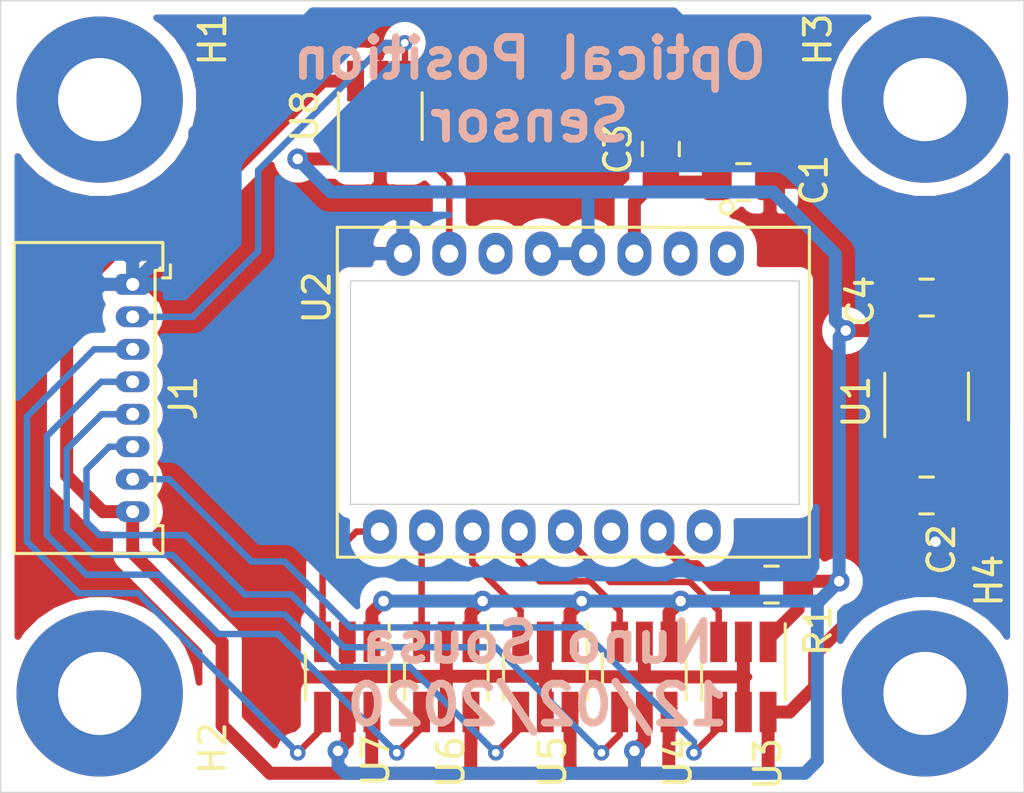
<source format=kicad_pcb>
(kicad_pcb (version 20171130) (host pcbnew "(5.1.5)-3")

  (general
    (thickness 1.6)
    (drawings 6)
    (tracks 254)
    (zones 0)
    (modules 18)
    (nets 24)
  )

  (page A4)
  (layers
    (0 F.Cu signal)
    (31 B.Cu signal)
    (32 B.Adhes user)
    (33 F.Adhes user)
    (34 B.Paste user)
    (35 F.Paste user)
    (36 B.SilkS user)
    (37 F.SilkS user)
    (38 B.Mask user)
    (39 F.Mask user)
    (40 Dwgs.User user)
    (41 Cmts.User user)
    (42 Eco1.User user)
    (43 Eco2.User user)
    (44 Edge.Cuts user)
    (45 Margin user)
    (46 B.CrtYd user)
    (47 F.CrtYd user)
    (48 B.Fab user)
    (49 F.Fab user)
  )

  (setup
    (last_trace_width 0.25)
    (trace_clearance 0.21)
    (zone_clearance 0.508)
    (zone_45_only no)
    (trace_min 0.1524)
    (via_size 0.6)
    (via_drill 0.3)
    (via_min_size 0.508)
    (via_min_drill 0.254)
    (uvia_size 0.8)
    (uvia_drill 0.4)
    (uvias_allowed no)
    (uvia_min_size 0.508)
    (uvia_min_drill 0.254)
    (edge_width 0.05)
    (segment_width 0.2)
    (pcb_text_width 0.3)
    (pcb_text_size 1.5 1.5)
    (mod_edge_width 0.12)
    (mod_text_size 1 1)
    (mod_text_width 0.15)
    (pad_size 6.4 6.4)
    (pad_drill 3.2)
    (pad_to_mask_clearance 0.0508)
    (aux_axis_origin 0 0)
    (visible_elements 7FFDFFFF)
    (pcbplotparams
      (layerselection 0x010fc_ffffffff)
      (usegerberextensions false)
      (usegerberattributes false)
      (usegerberadvancedattributes false)
      (creategerberjobfile false)
      (excludeedgelayer true)
      (linewidth 0.100000)
      (plotframeref false)
      (viasonmask false)
      (mode 1)
      (useauxorigin false)
      (hpglpennumber 1)
      (hpglpenspeed 20)
      (hpglpendiameter 15.000000)
      (psnegative false)
      (psa4output false)
      (plotreference true)
      (plotvalue false)
      (plotinvisibletext false)
      (padsonsilk false)
      (subtractmaskfromsilk false)
      (outputformat 1)
      (mirror false)
      (drillshape 0)
      (scaleselection 1)
      (outputdirectory "Gerber/"))
  )

  (net 0 "")
  (net 1 GND)
  (net 2 /VDDPIX)
  (net 3 /V_IN)
  (net 4 /VCC_1.9V)
  (net 5 /LED_P)
  (net 6 "Net-(U1-Pad4)")
  (net 7 "Net-(U2-Pad16)")
  (net 8 "Net-(U2-Pad14)")
  (net 9 /~NCS)
  (net 10 /MISO)
  (net 11 /MOSI)
  (net 12 /SCLK)
  (net 13 /MOTION)
  (net 14 /~NRESET)
  (net 15 "Net-(U2-Pad6)")
  (net 16 "Net-(U2-Pad2)")
  (net 17 "Net-(U2-Pad1)")
  (net 18 /~NRESET_HEADER)
  (net 19 /MOTION_HEADER)
  (net 20 /SCLK_HEADER)
  (net 21 /MOSI_HEADER)
  (net 22 /MISO_HEADER)
  (net 23 /~NCS_HEADER)

  (net_class Default "This is the default net class."
    (clearance 0.21)
    (trace_width 0.25)
    (via_dia 0.6)
    (via_drill 0.3)
    (uvia_dia 0.8)
    (uvia_drill 0.4)
    (add_net /MISO)
    (add_net /MISO_HEADER)
    (add_net /MOSI)
    (add_net /MOSI_HEADER)
    (add_net /MOTION)
    (add_net /MOTION_HEADER)
    (add_net /SCLK)
    (add_net /SCLK_HEADER)
    (add_net /~NCS)
    (add_net /~NCS_HEADER)
    (add_net /~NRESET)
    (add_net /~NRESET_HEADER)
    (add_net "Net-(U1-Pad4)")
    (add_net "Net-(U2-Pad1)")
    (add_net "Net-(U2-Pad14)")
    (add_net "Net-(U2-Pad16)")
    (add_net "Net-(U2-Pad2)")
    (add_net "Net-(U2-Pad6)")
  )

  (net_class Power ""
    (clearance 0.21)
    (trace_width 0.5)
    (via_dia 0.8)
    (via_drill 0.4)
    (uvia_dia 0.8)
    (uvia_drill 0.4)
    (add_net /LED_P)
    (add_net /VCC_1.9V)
    (add_net /VDDPIX)
    (add_net /V_IN)
    (add_net GND)
  )

  (module Connector_Molex_Custom:Molex_PicoBlade_53048-0810_1x08_P1.25mm_Horizontal (layer F.Cu) (tedit 5E754969) (tstamp 5E48D659)
    (at 116.84 90.932 270)
    (descr "Molex PicoBlade Connector System, 53048-0810, 8 Pins per row (http://www.molex.com/pdm_docs/sd/530480210_sd.pdf), generated with kicad-footprint-generator")
    (tags "connector Molex PicoBlade top entry")
    (path /5E497C0D)
    (fp_text reference J1 (at 4.38 -1.95 90) (layer F.SilkS)
      (effects (font (size 1 1) (thickness 0.15)))
    )
    (fp_text value Conn_01x08_Male (at 4.38 5.65 90) (layer F.Fab)
      (effects (font (size 1 1) (thickness 0.15)))
    )
    (fp_text user %R (at 4.38 3.75 90) (layer F.Fab)
      (effects (font (size 1 1) (thickness 0.15)))
    )
    (fp_line (start 10.36 4.56) (end 4.375 4.56) (layer F.SilkS) (width 0.12))
    (fp_line (start 10.36 -1.16) (end 10.36 4.56) (layer F.SilkS) (width 0.12))
    (fp_line (start 9.29 -1.16) (end 10.36 -1.16) (layer F.SilkS) (width 0.12))
    (fp_line (start 9.29 -0.86) (end 9.29 -1.16) (layer F.SilkS) (width 0.12))
    (fp_line (start 4.375 -0.86) (end 9.29 -0.86) (layer F.SilkS) (width 0.12))
    (fp_line (start -1.61 4.56) (end 4.375 4.56) (layer F.SilkS) (width 0.12))
    (fp_line (start -1.61 -1.16) (end -1.61 4.56) (layer F.SilkS) (width 0.12))
    (fp_line (start -0.54 -1.16) (end -1.61 -1.16) (layer F.SilkS) (width 0.12))
    (fp_line (start -0.54 -0.86) (end -0.54 -1.16) (layer F.SilkS) (width 0.12))
    (fp_line (start 4.375 -0.86) (end -0.54 -0.86) (layer F.SilkS) (width 0.12))
    (fp_line (start 10.25 4.45) (end 4.375 4.45) (layer F.Fab) (width 0.1))
    (fp_line (start 10.25 -1.05) (end 10.25 4.45) (layer F.Fab) (width 0.1))
    (fp_line (start 9.4 -1.05) (end 10.25 -1.05) (layer F.Fab) (width 0.1))
    (fp_line (start 9.4 -0.75) (end 9.4 -1.05) (layer F.Fab) (width 0.1))
    (fp_line (start 4.375 -0.75) (end 9.4 -0.75) (layer F.Fab) (width 0.1))
    (fp_line (start -1.5 4.45) (end 4.375 4.45) (layer F.Fab) (width 0.1))
    (fp_line (start -1.5 -1.05) (end -1.5 4.45) (layer F.Fab) (width 0.1))
    (fp_line (start -0.65 -1.05) (end -1.5 -1.05) (layer F.Fab) (width 0.1))
    (fp_line (start -0.65 -0.75) (end -0.65 -1.05) (layer F.Fab) (width 0.1))
    (fp_line (start 4.375 -0.75) (end -0.65 -0.75) (layer F.Fab) (width 0.1))
    (fp_line (start 10.75 4.95) (end 4.37 4.95) (layer F.CrtYd) (width 0.05))
    (fp_line (start 10.75 -1.55) (end 10.75 4.95) (layer F.CrtYd) (width 0.05))
    (fp_line (start 8.9 -1.55) (end 10.75 -1.55) (layer F.CrtYd) (width 0.05))
    (fp_line (start 8.9 -1.25) (end 8.9 -1.55) (layer F.CrtYd) (width 0.05))
    (fp_line (start 4.37 -1.25) (end 8.9 -1.25) (layer F.CrtYd) (width 0.05))
    (fp_line (start -2 4.95) (end 4.38 4.95) (layer F.CrtYd) (width 0.05))
    (fp_line (start -2 -1.55) (end -2 4.95) (layer F.CrtYd) (width 0.05))
    (fp_line (start -0.15 -1.55) (end -2 -1.55) (layer F.CrtYd) (width 0.05))
    (fp_line (start -0.15 -1.25) (end -0.15 -1.55) (layer F.CrtYd) (width 0.05))
    (fp_line (start 4.38 -1.25) (end -0.15 -1.25) (layer F.CrtYd) (width 0.05))
    (fp_line (start 0 -0.042893) (end 0.5 -0.75) (layer F.Fab) (width 0.1))
    (fp_line (start -0.5 -0.75) (end 0 -0.042893) (layer F.Fab) (width 0.1))
    (fp_line (start -0.25 -1.45) (end -0.75 -1.45) (layer F.SilkS) (width 0.12))
    (fp_line (start -0.25 -1.15) (end -0.25 -1.45) (layer F.SilkS) (width 0.12))
    (pad 8 thru_hole oval (at 8.75 0 270) (size 0.8 1.3) (drill 0.5) (layers *.Cu *.Mask)
      (net 3 /V_IN))
    (pad 7 thru_hole oval (at 7.5 0 270) (size 0.8 1.3) (drill 0.5) (layers *.Cu *.Mask)
      (net 23 /~NCS_HEADER))
    (pad 6 thru_hole oval (at 6.25 0 270) (size 0.8 1.3) (drill 0.5) (layers *.Cu *.Mask)
      (net 22 /MISO_HEADER))
    (pad 5 thru_hole oval (at 5 0 270) (size 0.8 1.3) (drill 0.5) (layers *.Cu *.Mask)
      (net 21 /MOSI_HEADER))
    (pad 4 thru_hole oval (at 3.75 0 270) (size 0.8 1.3) (drill 0.5) (layers *.Cu *.Mask)
      (net 20 /SCLK_HEADER))
    (pad 3 thru_hole oval (at 2.5 0 270) (size 0.8 1.3) (drill 0.5) (layers *.Cu *.Mask)
      (net 19 /MOTION_HEADER))
    (pad 2 thru_hole oval (at 1.25 0 270) (size 0.8 1.3) (drill 0.5) (layers *.Cu *.Mask)
      (net 18 /~NRESET_HEADER))
    (pad 1 thru_hole roundrect (at 0 0 270) (size 0.8 1.3) (drill 0.5) (layers *.Cu *.Mask) (roundrect_rratio 0.25)
      (net 1 GND))
    (model ${KISYS3DMOD}/Connector_Molex.3dshapes/Molex_PicoBlade_53048-0810_1x08_P1.25mm_Horizontal.wrl
      (at (xyz 0 0 0))
      (scale (xyz 1 1 1))
      (rotate (xyz 0 0 0))
    )
    (model ${KIPRJMOD}/Connector_Molex_Custom.pretty/530480810.wrl
      (offset (xyz 4.39 -3.48 1.9))
      (scale (xyz 0.393701 0.393701 0.393701))
      (rotate (xyz 0 0 180))
    )
  )

  (module PixArt:PMW3360DM-T2QU (layer F.Cu) (tedit 5E446A7E) (tstamp 5E41EA58)
    (at 139.7 89.75)
    (path /5E3F46B3)
    (fp_text reference U2 (at -15.7734 1.69 90) (layer F.SilkS)
      (effects (font (size 1 1) (thickness 0.15)))
    )
    (fp_text value PMW3360DM-T2QU (at -7.62 -2.54) (layer F.Fab)
      (effects (font (size 1 1) (thickness 0.15)))
    )
    (fp_arc (start -1.74 7.8) (end -1.74 14.85) (angle -90) (layer Dwgs.User) (width 0.12))
    (fp_arc (start -8.99 2.9) (end -8.99 -4.15) (angle -90) (layer Dwgs.User) (width 0.12))
    (fp_arc (start -8.99 7.8) (end -16.04 7.8) (angle -90) (layer Dwgs.User) (width 0.12))
    (fp_arc (start -1.74 2.9) (end 5.31 2.9) (angle -90) (layer Dwgs.User) (width 0.12))
    (fp_line (start -1.74 14.85) (end -8.99 14.85) (layer Dwgs.User) (width 0.12))
    (fp_line (start -16.04 2.9) (end -16.04 7.8) (layer Dwgs.User) (width 0.12))
    (fp_line (start 5.31 2.9) (end 5.31 7.8) (layer Dwgs.User) (width 0.12))
    (fp_line (start -1.74 -4.15) (end -8.99 -4.15) (layer Dwgs.User) (width 0.12))
    (fp_line (start 2.78 1.05) (end 2.78 9.65) (layer Edge.Cuts) (width 0.05))
    (fp_line (start 2.78 9.65) (end -14.48 9.65) (layer Edge.Cuts) (width 0.05))
    (fp_line (start -14.48 1.05) (end -14.48 9.65) (layer Edge.Cuts) (width 0.05))
    (fp_line (start 2.78 1.05) (end -14.48 1.05) (layer Edge.Cuts) (width 0.05))
    (fp_line (start 2.78 1.05) (end 2.78 9.65) (layer Eco1.User) (width 0.12))
    (fp_line (start 2.78 9.65) (end -14.48 9.65) (layer Eco1.User) (width 0.12))
    (fp_line (start -14.48 1.05) (end -14.48 9.65) (layer Eco1.User) (width 0.12))
    (fp_line (start 2.78 1.05) (end -14.48 1.05) (layer Eco1.User) (width 0.12))
    (fp_line (start -14.986 11.684) (end -14.986 -1.016) (layer F.SilkS) (width 0.12))
    (fp_line (start 3.175 -1.016) (end 3.175 11.684) (layer F.SilkS) (width 0.12))
    (fp_line (start 3.175 11.684) (end -14.986 11.684) (layer F.SilkS) (width 0.12))
    (fp_line (start -14.986 -1.016) (end 3.175 -1.016) (layer F.SilkS) (width 0.12))
    (fp_line (start -14.986 11.684) (end -14.986 -1.016) (layer F.CrtYd) (width 0.12))
    (fp_line (start 3.175 11.684) (end -14.986 11.684) (layer F.CrtYd) (width 0.12))
    (fp_line (start 3.175 -1.016) (end 3.175 11.684) (layer F.CrtYd) (width 0.12))
    (fp_line (start -14.986 -1.016) (end 3.175 -1.016) (layer F.CrtYd) (width 0.12))
    (fp_circle (center 0 -1.778) (end 0.254 -1.778) (layer F.SilkS) (width 0.12))
    (pad 16 thru_hole oval (at -0.89 10.7) (size 1.3 1.7) (drill 0.7) (layers *.Cu *.Mask)
      (net 7 "Net-(U2-Pad16)"))
    (pad 15 thru_hole oval (at -2.67 10.7) (size 1.3 1.7) (drill 0.7) (layers *.Cu *.Mask)
      (net 5 /LED_P))
    (pad 14 thru_hole oval (at -4.45 10.7) (size 1.3 1.7) (drill 0.7) (layers *.Cu *.Mask)
      (net 8 "Net-(U2-Pad14)"))
    (pad 13 thru_hole oval (at -6.23 10.7) (size 1.3 1.7) (drill 0.7) (layers *.Cu *.Mask)
      (net 9 /~NCS))
    (pad 12 thru_hole oval (at -8.01 10.7) (size 1.3 1.7) (drill 0.7) (layers *.Cu *.Mask)
      (net 10 /MISO))
    (pad 11 thru_hole oval (at -9.79 10.7) (size 1.3 1.7) (drill 0.7) (layers *.Cu *.Mask)
      (net 11 /MOSI))
    (pad 10 thru_hole oval (at -11.57 10.7) (size 1.3 1.7) (drill 0.7) (layers *.Cu *.Mask)
      (net 12 /SCLK))
    (pad 9 thru_hole oval (at -13.35 10.7) (size 1.3 1.7) (drill 0.7) (layers *.Cu *.Mask)
      (net 13 /MOTION))
    (pad 8 thru_hole oval (at -12.46 0) (size 1.3 1.7) (drill 0.7) (layers *.Cu *.Mask)
      (net 1 GND))
    (pad 7 thru_hole oval (at -10.68 0) (size 1.3 1.7) (drill 0.7) (layers *.Cu *.Mask)
      (net 14 /~NRESET))
    (pad 6 thru_hole oval (at -8.9 0) (size 1.3 1.6) (drill 0.7) (layers *.Cu *.Mask)
      (net 15 "Net-(U2-Pad6)"))
    (pad 5 thru_hole oval (at -7.12 0) (size 1.3 1.7) (drill 0.7) (layers *.Cu *.Mask)
      (net 4 /VCC_1.9V))
    (pad 4 thru_hole oval (at -5.34 0) (size 1.3 1.7) (drill 0.7) (layers *.Cu *.Mask)
      (net 4 /VCC_1.9V))
    (pad 3 thru_hole oval (at -3.56 0) (size 1.3 1.7) (drill 0.7) (layers *.Cu *.Mask)
      (net 2 /VDDPIX))
    (pad 2 thru_hole oval (at -1.78 0) (size 1.3 1.7) (drill 0.7) (layers *.Cu *.Mask)
      (net 16 "Net-(U2-Pad2)"))
    (pad 1 thru_hole oval (at 0 0) (size 1.3 1.7) (drill 0.7) (layers *.Cu *.Mask)
      (net 17 "Net-(U2-Pad1)"))
  )

  (module MountingHole:MountingHole_3.2mm_M3_Pad (layer F.Cu) (tedit 56D1B4CB) (tstamp 5E4088A0)
    (at 147.32 106.68)
    (descr "Mounting Hole 3.2mm, M3")
    (tags "mounting hole 3.2mm m3")
    (path /5E4188C7)
    (attr virtual)
    (fp_text reference H4 (at 2.4638 -4.3434 90) (layer F.SilkS)
      (effects (font (size 1 1) (thickness 0.15)))
    )
    (fp_text value MountingHole (at 0 4.2) (layer F.Fab)
      (effects (font (size 1 1) (thickness 0.15)))
    )
    (fp_circle (center 0 0) (end 3.45 0) (layer F.CrtYd) (width 0.05))
    (fp_circle (center 0 0) (end 3.2 0) (layer Cmts.User) (width 0.15))
    (fp_text user %R (at 0.3 0) (layer F.Fab)
      (effects (font (size 1 1) (thickness 0.15)))
    )
    (pad 1 thru_hole circle (at 0 0) (size 6.4 6.4) (drill 3.2) (layers *.Cu *.Mask))
  )

  (module MountingHole:MountingHole_3.2mm_M3_Pad (layer F.Cu) (tedit 56D1B4CB) (tstamp 5E41E855)
    (at 147.32 83.82)
    (descr "Mounting Hole 3.2mm, M3")
    (tags "mounting hole 3.2mm m3")
    (path /5E4186E0)
    (attr virtual)
    (fp_text reference H3 (at -4.1148 -2.3114 90) (layer F.SilkS)
      (effects (font (size 1 1) (thickness 0.15)))
    )
    (fp_text value MountingHole (at 0 4.2) (layer F.Fab)
      (effects (font (size 1 1) (thickness 0.15)))
    )
    (fp_circle (center 0 0) (end 3.45 0) (layer F.CrtYd) (width 0.05))
    (fp_circle (center 0 0) (end 3.2 0) (layer Cmts.User) (width 0.15))
    (fp_text user %R (at 0.3 0) (layer F.Fab)
      (effects (font (size 1 1) (thickness 0.15)))
    )
    (pad 1 thru_hole circle (at 0 0) (size 6.4 6.4) (drill 3.2) (layers *.Cu *.Mask))
  )

  (module MountingHole:MountingHole_3.2mm_M3_Pad (layer F.Cu) (tedit 56D1B4CB) (tstamp 5E40E958)
    (at 115.57 106.68)
    (descr "Mounting Hole 3.2mm, M3")
    (tags "mounting hole 3.2mm m3")
    (path /5E417FD8)
    (attr virtual)
    (fp_text reference H2 (at 4.3434 2.1082 90) (layer F.SilkS)
      (effects (font (size 1 1) (thickness 0.15)))
    )
    (fp_text value MountingHole (at 0 4.2) (layer F.Fab)
      (effects (font (size 1 1) (thickness 0.15)))
    )
    (fp_circle (center 0 0) (end 3.45 0) (layer F.CrtYd) (width 0.05))
    (fp_circle (center 0 0) (end 3.2 0) (layer Cmts.User) (width 0.15))
    (fp_text user %R (at 0.3 0) (layer F.Fab)
      (effects (font (size 1 1) (thickness 0.15)))
    )
    (pad 1 thru_hole circle (at 0 0) (size 6.4 6.4) (drill 3.2) (layers *.Cu *.Mask))
  )

  (module MountingHole:MountingHole_3.2mm_M3_Pad (layer F.Cu) (tedit 56D1B4CB) (tstamp 5E408888)
    (at 115.57 83.82)
    (descr "Mounting Hole 3.2mm, M3")
    (tags "mounting hole 3.2mm m3")
    (path /5E417948)
    (attr virtual)
    (fp_text reference H1 (at 4.3434 -2.3114 90) (layer F.SilkS)
      (effects (font (size 1 1) (thickness 0.15)))
    )
    (fp_text value MountingHole (at 0 4.2) (layer F.Fab)
      (effects (font (size 1 1) (thickness 0.15)))
    )
    (fp_circle (center 0 0) (end 3.45 0) (layer F.CrtYd) (width 0.05))
    (fp_circle (center 0 0) (end 3.2 0) (layer Cmts.User) (width 0.15))
    (fp_text user %R (at 0.3 0) (layer F.Fab)
      (effects (font (size 1 1) (thickness 0.15)))
    )
    (pad 1 thru_hole circle (at 0 0) (size 6.4 6.4) (drill 3.2) (layers *.Cu *.Mask))
  )

  (module Package_TO_SOT_SMD:SOT-23-6_Handsoldering (layer F.Cu) (tedit 5A02FF57) (tstamp 5E4293EB)
    (at 126.365 84.455 90)
    (descr "6-pin SOT-23 package, Handsoldering")
    (tags "SOT-23-6 Handsoldering")
    (path /5E3FBBCA)
    (attr smd)
    (fp_text reference U8 (at 0 -2.9 90) (layer F.SilkS)
      (effects (font (size 1 1) (thickness 0.15)))
    )
    (fp_text value SN74LVC1T45DBV (at 0 2.9 90) (layer F.Fab)
      (effects (font (size 1 1) (thickness 0.15)))
    )
    (fp_line (start 0.9 -1.55) (end 0.9 1.55) (layer F.Fab) (width 0.1))
    (fp_line (start 0.9 1.55) (end -0.9 1.55) (layer F.Fab) (width 0.1))
    (fp_line (start -0.9 -0.9) (end -0.9 1.55) (layer F.Fab) (width 0.1))
    (fp_line (start 0.9 -1.55) (end -0.25 -1.55) (layer F.Fab) (width 0.1))
    (fp_line (start -0.9 -0.9) (end -0.25 -1.55) (layer F.Fab) (width 0.1))
    (fp_line (start -2.4 -1.8) (end 2.4 -1.8) (layer F.CrtYd) (width 0.05))
    (fp_line (start 2.4 -1.8) (end 2.4 1.8) (layer F.CrtYd) (width 0.05))
    (fp_line (start 2.4 1.8) (end -2.4 1.8) (layer F.CrtYd) (width 0.05))
    (fp_line (start -2.4 1.8) (end -2.4 -1.8) (layer F.CrtYd) (width 0.05))
    (fp_line (start 0.9 -1.61) (end -2.05 -1.61) (layer F.SilkS) (width 0.12))
    (fp_line (start -0.9 1.61) (end 0.9 1.61) (layer F.SilkS) (width 0.12))
    (fp_text user %R (at 0 0) (layer F.Fab)
      (effects (font (size 0.5 0.5) (thickness 0.075)))
    )
    (pad 5 smd rect (at 1.35 0 90) (size 1.56 0.65) (layers F.Cu F.Paste F.Mask)
      (net 1 GND))
    (pad 6 smd rect (at 1.35 -0.95 90) (size 1.56 0.65) (layers F.Cu F.Paste F.Mask)
      (net 3 /V_IN))
    (pad 4 smd rect (at 1.35 0.95 90) (size 1.56 0.65) (layers F.Cu F.Paste F.Mask)
      (net 18 /~NRESET_HEADER))
    (pad 3 smd rect (at -1.35 0.95 90) (size 1.56 0.65) (layers F.Cu F.Paste F.Mask)
      (net 14 /~NRESET))
    (pad 2 smd rect (at -1.35 0 90) (size 1.56 0.65) (layers F.Cu F.Paste F.Mask)
      (net 1 GND))
    (pad 1 smd rect (at -1.35 -0.95 90) (size 1.56 0.65) (layers F.Cu F.Paste F.Mask)
      (net 4 /VCC_1.9V))
    (model ${KISYS3DMOD}/Package_TO_SOT_SMD.3dshapes/SOT-23-6.wrl
      (at (xyz 0 0 0))
      (scale (xyz 1 1 1))
      (rotate (xyz 0 0 0))
    )
  )

  (module Package_TO_SOT_SMD:SOT-23-6_Handsoldering (layer F.Cu) (tedit 5A02FF57) (tstamp 5E407F29)
    (at 125.095 106.045 270)
    (descr "6-pin SOT-23 package, Handsoldering")
    (tags "SOT-23-6 Handsoldering")
    (path /5E3FC3D2)
    (attr smd)
    (fp_text reference U7 (at 3.2258 -1.0922 270) (layer F.SilkS)
      (effects (font (size 1 1) (thickness 0.15)))
    )
    (fp_text value SN74LVC1T45DBV (at 0 2.9 90) (layer F.Fab)
      (effects (font (size 1 1) (thickness 0.15)))
    )
    (fp_line (start 0.9 -1.55) (end 0.9 1.55) (layer F.Fab) (width 0.1))
    (fp_line (start 0.9 1.55) (end -0.9 1.55) (layer F.Fab) (width 0.1))
    (fp_line (start -0.9 -0.9) (end -0.9 1.55) (layer F.Fab) (width 0.1))
    (fp_line (start 0.9 -1.55) (end -0.25 -1.55) (layer F.Fab) (width 0.1))
    (fp_line (start -0.9 -0.9) (end -0.25 -1.55) (layer F.Fab) (width 0.1))
    (fp_line (start -2.4 -1.8) (end 2.4 -1.8) (layer F.CrtYd) (width 0.05))
    (fp_line (start 2.4 -1.8) (end 2.4 1.8) (layer F.CrtYd) (width 0.05))
    (fp_line (start 2.4 1.8) (end -2.4 1.8) (layer F.CrtYd) (width 0.05))
    (fp_line (start -2.4 1.8) (end -2.4 -1.8) (layer F.CrtYd) (width 0.05))
    (fp_line (start 0.9 -1.61) (end -2.05 -1.61) (layer F.SilkS) (width 0.12))
    (fp_line (start -0.9 1.61) (end 0.9 1.61) (layer F.SilkS) (width 0.12))
    (fp_text user %R (at 0 0) (layer F.Fab)
      (effects (font (size 0.5 0.5) (thickness 0.075)))
    )
    (pad 5 smd rect (at 1.35 0 270) (size 1.56 0.65) (layers F.Cu F.Paste F.Mask)
      (net 4 /VCC_1.9V))
    (pad 6 smd rect (at 1.35 -0.95 270) (size 1.56 0.65) (layers F.Cu F.Paste F.Mask)
      (net 3 /V_IN))
    (pad 4 smd rect (at 1.35 0.95 270) (size 1.56 0.65) (layers F.Cu F.Paste F.Mask)
      (net 19 /MOTION_HEADER))
    (pad 3 smd rect (at -1.35 0.95 270) (size 1.56 0.65) (layers F.Cu F.Paste F.Mask)
      (net 13 /MOTION))
    (pad 2 smd rect (at -1.35 0 270) (size 1.56 0.65) (layers F.Cu F.Paste F.Mask)
      (net 1 GND))
    (pad 1 smd rect (at -1.35 -0.95 270) (size 1.56 0.65) (layers F.Cu F.Paste F.Mask)
      (net 4 /VCC_1.9V))
    (model ${KISYS3DMOD}/Package_TO_SOT_SMD.3dshapes/SOT-23-6.wrl
      (at (xyz 0 0 0))
      (scale (xyz 1 1 1))
      (rotate (xyz 0 0 0))
    )
  )

  (module Package_TO_SOT_SMD:SOT-23-6_Handsoldering (layer F.Cu) (tedit 5A02FF57) (tstamp 5E41EA02)
    (at 128.905 106.045 270)
    (descr "6-pin SOT-23 package, Handsoldering")
    (tags "SOT-23-6 Handsoldering")
    (path /5E3FC5FB)
    (attr smd)
    (fp_text reference U6 (at 3.2766 -0.1778 270) (layer F.SilkS)
      (effects (font (size 1 1) (thickness 0.15)))
    )
    (fp_text value SN74LVC1T45DBV (at 0 2.9 90) (layer F.Fab)
      (effects (font (size 1 1) (thickness 0.15)))
    )
    (fp_line (start 0.9 -1.55) (end 0.9 1.55) (layer F.Fab) (width 0.1))
    (fp_line (start 0.9 1.55) (end -0.9 1.55) (layer F.Fab) (width 0.1))
    (fp_line (start -0.9 -0.9) (end -0.9 1.55) (layer F.Fab) (width 0.1))
    (fp_line (start 0.9 -1.55) (end -0.25 -1.55) (layer F.Fab) (width 0.1))
    (fp_line (start -0.9 -0.9) (end -0.25 -1.55) (layer F.Fab) (width 0.1))
    (fp_line (start -2.4 -1.8) (end 2.4 -1.8) (layer F.CrtYd) (width 0.05))
    (fp_line (start 2.4 -1.8) (end 2.4 1.8) (layer F.CrtYd) (width 0.05))
    (fp_line (start 2.4 1.8) (end -2.4 1.8) (layer F.CrtYd) (width 0.05))
    (fp_line (start -2.4 1.8) (end -2.4 -1.8) (layer F.CrtYd) (width 0.05))
    (fp_line (start 0.9 -1.61) (end -2.05 -1.61) (layer F.SilkS) (width 0.12))
    (fp_line (start -0.9 1.61) (end 0.9 1.61) (layer F.SilkS) (width 0.12))
    (fp_text user %R (at 0 0) (layer F.Fab)
      (effects (font (size 0.5 0.5) (thickness 0.075)))
    )
    (pad 5 smd rect (at 1.35 0 270) (size 1.56 0.65) (layers F.Cu F.Paste F.Mask)
      (net 1 GND))
    (pad 6 smd rect (at 1.35 -0.95 270) (size 1.56 0.65) (layers F.Cu F.Paste F.Mask)
      (net 3 /V_IN))
    (pad 4 smd rect (at 1.35 0.95 270) (size 1.56 0.65) (layers F.Cu F.Paste F.Mask)
      (net 20 /SCLK_HEADER))
    (pad 3 smd rect (at -1.35 0.95 270) (size 1.56 0.65) (layers F.Cu F.Paste F.Mask)
      (net 12 /SCLK))
    (pad 2 smd rect (at -1.35 0 270) (size 1.56 0.65) (layers F.Cu F.Paste F.Mask)
      (net 1 GND))
    (pad 1 smd rect (at -1.35 -0.95 270) (size 1.56 0.65) (layers F.Cu F.Paste F.Mask)
      (net 4 /VCC_1.9V))
    (model ${KISYS3DMOD}/Package_TO_SOT_SMD.3dshapes/SOT-23-6.wrl
      (at (xyz 0 0 0))
      (scale (xyz 1 1 1))
      (rotate (xyz 0 0 0))
    )
  )

  (module Package_TO_SOT_SMD:SOT-23-6_Handsoldering (layer F.Cu) (tedit 5A02FF57) (tstamp 5E41E9C3)
    (at 132.715 106.045 270)
    (descr "6-pin SOT-23 package, Handsoldering")
    (tags "SOT-23-6 Handsoldering")
    (path /5E3FB68D)
    (attr smd)
    (fp_text reference U5 (at 3.2766 -0.2794 270) (layer F.SilkS)
      (effects (font (size 1 1) (thickness 0.15)))
    )
    (fp_text value SN74LVC1T45DBV (at 0 2.9 90) (layer F.Fab)
      (effects (font (size 1 1) (thickness 0.15)))
    )
    (fp_line (start 0.9 -1.55) (end 0.9 1.55) (layer F.Fab) (width 0.1))
    (fp_line (start 0.9 1.55) (end -0.9 1.55) (layer F.Fab) (width 0.1))
    (fp_line (start -0.9 -0.9) (end -0.9 1.55) (layer F.Fab) (width 0.1))
    (fp_line (start 0.9 -1.55) (end -0.25 -1.55) (layer F.Fab) (width 0.1))
    (fp_line (start -0.9 -0.9) (end -0.25 -1.55) (layer F.Fab) (width 0.1))
    (fp_line (start -2.4 -1.8) (end 2.4 -1.8) (layer F.CrtYd) (width 0.05))
    (fp_line (start 2.4 -1.8) (end 2.4 1.8) (layer F.CrtYd) (width 0.05))
    (fp_line (start 2.4 1.8) (end -2.4 1.8) (layer F.CrtYd) (width 0.05))
    (fp_line (start -2.4 1.8) (end -2.4 -1.8) (layer F.CrtYd) (width 0.05))
    (fp_line (start 0.9 -1.61) (end -2.05 -1.61) (layer F.SilkS) (width 0.12))
    (fp_line (start -0.9 1.61) (end 0.9 1.61) (layer F.SilkS) (width 0.12))
    (fp_text user %R (at 0 0) (layer F.Fab)
      (effects (font (size 0.5 0.5) (thickness 0.075)))
    )
    (pad 5 smd rect (at 1.35 0 270) (size 1.56 0.65) (layers F.Cu F.Paste F.Mask)
      (net 1 GND))
    (pad 6 smd rect (at 1.35 -0.95 270) (size 1.56 0.65) (layers F.Cu F.Paste F.Mask)
      (net 3 /V_IN))
    (pad 4 smd rect (at 1.35 0.95 270) (size 1.56 0.65) (layers F.Cu F.Paste F.Mask)
      (net 21 /MOSI_HEADER))
    (pad 3 smd rect (at -1.35 0.95 270) (size 1.56 0.65) (layers F.Cu F.Paste F.Mask)
      (net 11 /MOSI))
    (pad 2 smd rect (at -1.35 0 270) (size 1.56 0.65) (layers F.Cu F.Paste F.Mask)
      (net 1 GND))
    (pad 1 smd rect (at -1.35 -0.95 270) (size 1.56 0.65) (layers F.Cu F.Paste F.Mask)
      (net 4 /VCC_1.9V))
    (model ${KISYS3DMOD}/Package_TO_SOT_SMD.3dshapes/SOT-23-6.wrl
      (at (xyz 0 0 0))
      (scale (xyz 1 1 1))
      (rotate (xyz 0 0 0))
    )
  )

  (module Package_TO_SOT_SMD:SOT-23-6_Handsoldering (layer F.Cu) (tedit 5A02FF57) (tstamp 5E446E47)
    (at 136.525 106.045 270)
    (descr "6-pin SOT-23 package, Handsoldering")
    (tags "SOT-23-6 Handsoldering")
    (path /5E3FADD1)
    (attr smd)
    (fp_text reference U4 (at 3.2766 -1.2954 270) (layer F.SilkS)
      (effects (font (size 1 1) (thickness 0.15)))
    )
    (fp_text value SN74LVC1T45DBV (at 0 2.9 90) (layer F.Fab)
      (effects (font (size 1 1) (thickness 0.15)))
    )
    (fp_line (start 0.9 -1.55) (end 0.9 1.55) (layer F.Fab) (width 0.1))
    (fp_line (start 0.9 1.55) (end -0.9 1.55) (layer F.Fab) (width 0.1))
    (fp_line (start -0.9 -0.9) (end -0.9 1.55) (layer F.Fab) (width 0.1))
    (fp_line (start 0.9 -1.55) (end -0.25 -1.55) (layer F.Fab) (width 0.1))
    (fp_line (start -0.9 -0.9) (end -0.25 -1.55) (layer F.Fab) (width 0.1))
    (fp_line (start -2.4 -1.8) (end 2.4 -1.8) (layer F.CrtYd) (width 0.05))
    (fp_line (start 2.4 -1.8) (end 2.4 1.8) (layer F.CrtYd) (width 0.05))
    (fp_line (start 2.4 1.8) (end -2.4 1.8) (layer F.CrtYd) (width 0.05))
    (fp_line (start -2.4 1.8) (end -2.4 -1.8) (layer F.CrtYd) (width 0.05))
    (fp_line (start 0.9 -1.61) (end -2.05 -1.61) (layer F.SilkS) (width 0.12))
    (fp_line (start -0.9 1.61) (end 0.9 1.61) (layer F.SilkS) (width 0.12))
    (fp_text user %R (at 0 0) (layer F.Fab)
      (effects (font (size 0.5 0.5) (thickness 0.075)))
    )
    (pad 5 smd rect (at 1.35 0 270) (size 1.56 0.65) (layers F.Cu F.Paste F.Mask)
      (net 4 /VCC_1.9V))
    (pad 6 smd rect (at 1.35 -0.95 270) (size 1.56 0.65) (layers F.Cu F.Paste F.Mask)
      (net 3 /V_IN))
    (pad 4 smd rect (at 1.35 0.95 270) (size 1.56 0.65) (layers F.Cu F.Paste F.Mask)
      (net 22 /MISO_HEADER))
    (pad 3 smd rect (at -1.35 0.95 270) (size 1.56 0.65) (layers F.Cu F.Paste F.Mask)
      (net 10 /MISO))
    (pad 2 smd rect (at -1.35 0 270) (size 1.56 0.65) (layers F.Cu F.Paste F.Mask)
      (net 1 GND))
    (pad 1 smd rect (at -1.35 -0.95 270) (size 1.56 0.65) (layers F.Cu F.Paste F.Mask)
      (net 4 /VCC_1.9V))
    (model ${KISYS3DMOD}/Package_TO_SOT_SMD.3dshapes/SOT-23-6.wrl
      (at (xyz 0 0 0))
      (scale (xyz 1 1 1))
      (rotate (xyz 0 0 0))
    )
  )

  (module Package_TO_SOT_SMD:SOT-23-6_Handsoldering (layer F.Cu) (tedit 5A02FF57) (tstamp 5E41EB04)
    (at 140.335 106.045 270)
    (descr "6-pin SOT-23 package, Handsoldering")
    (tags "SOT-23-6 Handsoldering")
    (path /5E3F6A5F)
    (attr smd)
    (fp_text reference U3 (at 3.3528 -0.9398 90) (layer F.SilkS)
      (effects (font (size 1 1) (thickness 0.15)))
    )
    (fp_text value SN74LVC1T45DBV (at 0 2.9 90) (layer F.Fab)
      (effects (font (size 1 1) (thickness 0.15)))
    )
    (fp_line (start 0.9 -1.55) (end 0.9 1.55) (layer F.Fab) (width 0.1))
    (fp_line (start 0.9 1.55) (end -0.9 1.55) (layer F.Fab) (width 0.1))
    (fp_line (start -0.9 -0.9) (end -0.9 1.55) (layer F.Fab) (width 0.1))
    (fp_line (start 0.9 -1.55) (end -0.25 -1.55) (layer F.Fab) (width 0.1))
    (fp_line (start -0.9 -0.9) (end -0.25 -1.55) (layer F.Fab) (width 0.1))
    (fp_line (start -2.4 -1.8) (end 2.4 -1.8) (layer F.CrtYd) (width 0.05))
    (fp_line (start 2.4 -1.8) (end 2.4 1.8) (layer F.CrtYd) (width 0.05))
    (fp_line (start 2.4 1.8) (end -2.4 1.8) (layer F.CrtYd) (width 0.05))
    (fp_line (start -2.4 1.8) (end -2.4 -1.8) (layer F.CrtYd) (width 0.05))
    (fp_line (start 0.9 -1.61) (end -2.05 -1.61) (layer F.SilkS) (width 0.12))
    (fp_line (start -0.9 1.61) (end 0.9 1.61) (layer F.SilkS) (width 0.12))
    (fp_text user %R (at 0 0) (layer F.Fab)
      (effects (font (size 0.5 0.5) (thickness 0.075)))
    )
    (pad 5 smd rect (at 1.35 0 270) (size 1.56 0.65) (layers F.Cu F.Paste F.Mask)
      (net 1 GND))
    (pad 6 smd rect (at 1.35 -0.95 270) (size 1.56 0.65) (layers F.Cu F.Paste F.Mask)
      (net 3 /V_IN))
    (pad 4 smd rect (at 1.35 0.95 270) (size 1.56 0.65) (layers F.Cu F.Paste F.Mask)
      (net 23 /~NCS_HEADER))
    (pad 3 smd rect (at -1.35 0.95 270) (size 1.56 0.65) (layers F.Cu F.Paste F.Mask)
      (net 9 /~NCS))
    (pad 2 smd rect (at -1.35 0 270) (size 1.56 0.65) (layers F.Cu F.Paste F.Mask)
      (net 1 GND))
    (pad 1 smd rect (at -1.35 -0.95 270) (size 1.56 0.65) (layers F.Cu F.Paste F.Mask)
      (net 4 /VCC_1.9V))
    (model ${KISYS3DMOD}/Package_TO_SOT_SMD.3dshapes/SOT-23-6.wrl
      (at (xyz 0 0 0))
      (scale (xyz 1 1 1))
      (rotate (xyz 0 0 0))
    )
  )

  (module Package_TO_SOT_SMD:SOT-23-5_HandSoldering (layer F.Cu) (tedit 5A0AB76C) (tstamp 5E41EC5B)
    (at 147.3835 95.25 90)
    (descr "5-pin SOT23 package")
    (tags "SOT-23-5 hand-soldering")
    (path /5E421D87)
    (attr smd)
    (fp_text reference U1 (at -0.2032 -2.7051 90) (layer F.SilkS)
      (effects (font (size 1 1) (thickness 0.15)))
    )
    (fp_text value TLV70019_SOT23-5 (at 0 2.9 90) (layer F.Fab)
      (effects (font (size 1 1) (thickness 0.15)))
    )
    (fp_line (start 2.38 1.8) (end -2.38 1.8) (layer F.CrtYd) (width 0.05))
    (fp_line (start 2.38 1.8) (end 2.38 -1.8) (layer F.CrtYd) (width 0.05))
    (fp_line (start -2.38 -1.8) (end -2.38 1.8) (layer F.CrtYd) (width 0.05))
    (fp_line (start -2.38 -1.8) (end 2.38 -1.8) (layer F.CrtYd) (width 0.05))
    (fp_line (start 0.9 -1.55) (end 0.9 1.55) (layer F.Fab) (width 0.1))
    (fp_line (start 0.9 1.55) (end -0.9 1.55) (layer F.Fab) (width 0.1))
    (fp_line (start -0.9 -0.9) (end -0.9 1.55) (layer F.Fab) (width 0.1))
    (fp_line (start 0.9 -1.55) (end -0.25 -1.55) (layer F.Fab) (width 0.1))
    (fp_line (start -0.9 -0.9) (end -0.25 -1.55) (layer F.Fab) (width 0.1))
    (fp_line (start 0.9 -1.61) (end -1.55 -1.61) (layer F.SilkS) (width 0.12))
    (fp_line (start -0.9 1.61) (end 0.9 1.61) (layer F.SilkS) (width 0.12))
    (fp_text user %R (at 0 0) (layer F.Fab)
      (effects (font (size 0.5 0.5) (thickness 0.075)))
    )
    (pad 5 smd rect (at 1.35 -0.95 90) (size 1.56 0.65) (layers F.Cu F.Paste F.Mask)
      (net 4 /VCC_1.9V))
    (pad 4 smd rect (at 1.35 0.95 90) (size 1.56 0.65) (layers F.Cu F.Paste F.Mask)
      (net 6 "Net-(U1-Pad4)"))
    (pad 3 smd rect (at -1.35 0.95 90) (size 1.56 0.65) (layers F.Cu F.Paste F.Mask)
      (net 3 /V_IN))
    (pad 2 smd rect (at -1.35 0 90) (size 1.56 0.65) (layers F.Cu F.Paste F.Mask)
      (net 1 GND))
    (pad 1 smd rect (at -1.35 -0.95 90) (size 1.56 0.65) (layers F.Cu F.Paste F.Mask)
      (net 3 /V_IN))
    (model ${KISYS3DMOD}/Package_TO_SOT_SMD.3dshapes/SOT-23-5.wrl
      (at (xyz 0 0 0))
      (scale (xyz 1 1 1))
      (rotate (xyz 0 0 0))
    )
  )

  (module Resistor_SMD:R_0805_2012Metric_Pad1.15x1.40mm_HandSolder (layer F.Cu) (tedit 5B36C52B) (tstamp 5E41E5FE)
    (at 141.4145 102.489 180)
    (descr "Resistor SMD 0805 (2012 Metric), square (rectangular) end terminal, IPC_7351 nominal with elongated pad for handsoldering. (Body size source: https://docs.google.com/spreadsheets/d/1BsfQQcO9C6DZCsRaXUlFlo91Tg2WpOkGARC1WS5S8t0/edit?usp=sharing), generated with kicad-footprint-generator")
    (tags "resistor handsolder")
    (path /5E485812)
    (attr smd)
    (fp_text reference R1 (at -1.7907 -1.778 90) (layer F.SilkS)
      (effects (font (size 1 1) (thickness 0.15)))
    )
    (fp_text value 39R (at 0 1.65) (layer F.Fab)
      (effects (font (size 1 1) (thickness 0.15)))
    )
    (fp_text user %R (at 0 0) (layer F.Fab)
      (effects (font (size 0.5 0.5) (thickness 0.08)))
    )
    (fp_line (start 1.85 0.95) (end -1.85 0.95) (layer F.CrtYd) (width 0.05))
    (fp_line (start 1.85 -0.95) (end 1.85 0.95) (layer F.CrtYd) (width 0.05))
    (fp_line (start -1.85 -0.95) (end 1.85 -0.95) (layer F.CrtYd) (width 0.05))
    (fp_line (start -1.85 0.95) (end -1.85 -0.95) (layer F.CrtYd) (width 0.05))
    (fp_line (start -0.261252 0.71) (end 0.261252 0.71) (layer F.SilkS) (width 0.12))
    (fp_line (start -0.261252 -0.71) (end 0.261252 -0.71) (layer F.SilkS) (width 0.12))
    (fp_line (start 1 0.6) (end -1 0.6) (layer F.Fab) (width 0.1))
    (fp_line (start 1 -0.6) (end 1 0.6) (layer F.Fab) (width 0.1))
    (fp_line (start -1 -0.6) (end 1 -0.6) (layer F.Fab) (width 0.1))
    (fp_line (start -1 0.6) (end -1 -0.6) (layer F.Fab) (width 0.1))
    (pad 2 smd roundrect (at 1.025 0 180) (size 1.15 1.4) (layers F.Cu F.Paste F.Mask) (roundrect_rratio 0.217391)
      (net 5 /LED_P))
    (pad 1 smd roundrect (at -1.025 0 180) (size 1.15 1.4) (layers F.Cu F.Paste F.Mask) (roundrect_rratio 0.217391)
      (net 4 /VCC_1.9V))
    (model ${KISYS3DMOD}/Resistor_SMD.3dshapes/R_0805_2012Metric.wrl
      (at (xyz 0 0 0))
      (scale (xyz 1 1 1))
      (rotate (xyz 0 0 0))
    )
  )

  (module Capacitor_SMD:C_0805_2012Metric_Pad1.15x1.40mm_HandSolder (layer F.Cu) (tedit 5B36C52B) (tstamp 5E407E4F)
    (at 147.3835 91.44)
    (descr "Capacitor SMD 0805 (2012 Metric), square (rectangular) end terminal, IPC_7351 nominal with elongated pad for handsoldering. (Body size source: https://docs.google.com/spreadsheets/d/1BsfQQcO9C6DZCsRaXUlFlo91Tg2WpOkGARC1WS5S8t0/edit?usp=sharing), generated with kicad-footprint-generator")
    (tags "capacitor handsolder")
    (path /5E453DF9)
    (attr smd)
    (fp_text reference C4 (at -2.5527 0.127 90) (layer F.SilkS)
      (effects (font (size 1 1) (thickness 0.15)))
    )
    (fp_text value 1uC (at 0 1.65) (layer F.Fab)
      (effects (font (size 1 1) (thickness 0.15)))
    )
    (fp_text user %R (at 0 0) (layer F.Fab)
      (effects (font (size 0.5 0.5) (thickness 0.08)))
    )
    (fp_line (start 1.85 0.95) (end -1.85 0.95) (layer F.CrtYd) (width 0.05))
    (fp_line (start 1.85 -0.95) (end 1.85 0.95) (layer F.CrtYd) (width 0.05))
    (fp_line (start -1.85 -0.95) (end 1.85 -0.95) (layer F.CrtYd) (width 0.05))
    (fp_line (start -1.85 0.95) (end -1.85 -0.95) (layer F.CrtYd) (width 0.05))
    (fp_line (start -0.261252 0.71) (end 0.261252 0.71) (layer F.SilkS) (width 0.12))
    (fp_line (start -0.261252 -0.71) (end 0.261252 -0.71) (layer F.SilkS) (width 0.12))
    (fp_line (start 1 0.6) (end -1 0.6) (layer F.Fab) (width 0.1))
    (fp_line (start 1 -0.6) (end 1 0.6) (layer F.Fab) (width 0.1))
    (fp_line (start -1 -0.6) (end 1 -0.6) (layer F.Fab) (width 0.1))
    (fp_line (start -1 0.6) (end -1 -0.6) (layer F.Fab) (width 0.1))
    (pad 2 smd roundrect (at 1.025 0) (size 1.15 1.4) (layers F.Cu F.Paste F.Mask) (roundrect_rratio 0.217391)
      (net 1 GND))
    (pad 1 smd roundrect (at -1.025 0) (size 1.15 1.4) (layers F.Cu F.Paste F.Mask) (roundrect_rratio 0.217391)
      (net 4 /VCC_1.9V))
    (model ${KISYS3DMOD}/Capacitor_SMD.3dshapes/C_0805_2012Metric.wrl
      (at (xyz 0 0 0))
      (scale (xyz 1 1 1))
      (rotate (xyz 0 0 0))
    )
  )

  (module Capacitor_SMD:C_0805_2012Metric_Pad1.15x1.40mm_HandSolder (layer F.Cu) (tedit 5B36C52B) (tstamp 5E407E3E)
    (at 137.16 85.725 90)
    (descr "Capacitor SMD 0805 (2012 Metric), square (rectangular) end terminal, IPC_7351 nominal with elongated pad for handsoldering. (Body size source: https://docs.google.com/spreadsheets/d/1BsfQQcO9C6DZCsRaXUlFlo91Tg2WpOkGARC1WS5S8t0/edit?usp=sharing), generated with kicad-footprint-generator")
    (tags "capacitor handsolder")
    (path /5E3F5E11)
    (attr smd)
    (fp_text reference C3 (at 0 -1.65 90) (layer F.SilkS)
      (effects (font (size 1 1) (thickness 0.15)))
    )
    (fp_text value 100nC (at 0 1.65 90) (layer F.Fab)
      (effects (font (size 1 1) (thickness 0.15)))
    )
    (fp_text user %R (at 0 0 90) (layer F.Fab)
      (effects (font (size 0.5 0.5) (thickness 0.08)))
    )
    (fp_line (start 1.85 0.95) (end -1.85 0.95) (layer F.CrtYd) (width 0.05))
    (fp_line (start 1.85 -0.95) (end 1.85 0.95) (layer F.CrtYd) (width 0.05))
    (fp_line (start -1.85 -0.95) (end 1.85 -0.95) (layer F.CrtYd) (width 0.05))
    (fp_line (start -1.85 0.95) (end -1.85 -0.95) (layer F.CrtYd) (width 0.05))
    (fp_line (start -0.261252 0.71) (end 0.261252 0.71) (layer F.SilkS) (width 0.12))
    (fp_line (start -0.261252 -0.71) (end 0.261252 -0.71) (layer F.SilkS) (width 0.12))
    (fp_line (start 1 0.6) (end -1 0.6) (layer F.Fab) (width 0.1))
    (fp_line (start 1 -0.6) (end 1 0.6) (layer F.Fab) (width 0.1))
    (fp_line (start -1 -0.6) (end 1 -0.6) (layer F.Fab) (width 0.1))
    (fp_line (start -1 0.6) (end -1 -0.6) (layer F.Fab) (width 0.1))
    (pad 2 smd roundrect (at 1.025 0 90) (size 1.15 1.4) (layers F.Cu F.Paste F.Mask) (roundrect_rratio 0.217391)
      (net 1 GND))
    (pad 1 smd roundrect (at -1.025 0 90) (size 1.15 1.4) (layers F.Cu F.Paste F.Mask) (roundrect_rratio 0.217391)
      (net 2 /VDDPIX))
    (model ${KISYS3DMOD}/Capacitor_SMD.3dshapes/C_0805_2012Metric.wrl
      (at (xyz 0 0 0))
      (scale (xyz 1 1 1))
      (rotate (xyz 0 0 0))
    )
  )

  (module Capacitor_SMD:C_0805_2012Metric_Pad1.15x1.40mm_HandSolder (layer F.Cu) (tedit 5B36C52B) (tstamp 5E44661C)
    (at 147.3835 99.06)
    (descr "Capacitor SMD 0805 (2012 Metric), square (rectangular) end terminal, IPC_7351 nominal with elongated pad for handsoldering. (Body size source: https://docs.google.com/spreadsheets/d/1BsfQQcO9C6DZCsRaXUlFlo91Tg2WpOkGARC1WS5S8t0/edit?usp=sharing), generated with kicad-footprint-generator")
    (tags "capacitor handsolder")
    (path /5E45460A)
    (attr smd)
    (fp_text reference C2 (at 0.5715 2.0828 90) (layer F.SilkS)
      (effects (font (size 1 1) (thickness 0.15)))
    )
    (fp_text value 1uC (at 0 1.65) (layer F.Fab)
      (effects (font (size 1 1) (thickness 0.15)))
    )
    (fp_text user %R (at 0 0) (layer F.Fab)
      (effects (font (size 0.5 0.5) (thickness 0.08)))
    )
    (fp_line (start 1.85 0.95) (end -1.85 0.95) (layer F.CrtYd) (width 0.05))
    (fp_line (start 1.85 -0.95) (end 1.85 0.95) (layer F.CrtYd) (width 0.05))
    (fp_line (start -1.85 -0.95) (end 1.85 -0.95) (layer F.CrtYd) (width 0.05))
    (fp_line (start -1.85 0.95) (end -1.85 -0.95) (layer F.CrtYd) (width 0.05))
    (fp_line (start -0.261252 0.71) (end 0.261252 0.71) (layer F.SilkS) (width 0.12))
    (fp_line (start -0.261252 -0.71) (end 0.261252 -0.71) (layer F.SilkS) (width 0.12))
    (fp_line (start 1 0.6) (end -1 0.6) (layer F.Fab) (width 0.1))
    (fp_line (start 1 -0.6) (end 1 0.6) (layer F.Fab) (width 0.1))
    (fp_line (start -1 -0.6) (end 1 -0.6) (layer F.Fab) (width 0.1))
    (fp_line (start -1 0.6) (end -1 -0.6) (layer F.Fab) (width 0.1))
    (pad 2 smd roundrect (at 1.025 0) (size 1.15 1.4) (layers F.Cu F.Paste F.Mask) (roundrect_rratio 0.217391)
      (net 1 GND))
    (pad 1 smd roundrect (at -1.025 0) (size 1.15 1.4) (layers F.Cu F.Paste F.Mask) (roundrect_rratio 0.217391)
      (net 3 /V_IN))
    (model ${KISYS3DMOD}/Capacitor_SMD.3dshapes/C_0805_2012Metric.wrl
      (at (xyz 0 0 0))
      (scale (xyz 1 1 1))
      (rotate (xyz 0 0 0))
    )
  )

  (module Capacitor_SMD:C_0805_2012Metric_Pad1.15x1.40mm_HandSolder (layer F.Cu) (tedit 5B36C52B) (tstamp 5E407E1C)
    (at 140.335 86.995)
    (descr "Capacitor SMD 0805 (2012 Metric), square (rectangular) end terminal, IPC_7351 nominal with elongated pad for handsoldering. (Body size source: https://docs.google.com/spreadsheets/d/1BsfQQcO9C6DZCsRaXUlFlo91Tg2WpOkGARC1WS5S8t0/edit?usp=sharing), generated with kicad-footprint-generator")
    (tags "capacitor handsolder")
    (path /5E3F5785)
    (attr smd)
    (fp_text reference C1 (at 2.7178 -0.0762 90) (layer F.SilkS)
      (effects (font (size 1 1) (thickness 0.15)))
    )
    (fp_text value 4.7uC (at 0 1.65) (layer F.Fab)
      (effects (font (size 1 1) (thickness 0.15)))
    )
    (fp_text user %R (at 0 0) (layer F.Fab)
      (effects (font (size 0.5 0.5) (thickness 0.08)))
    )
    (fp_line (start 1.85 0.95) (end -1.85 0.95) (layer F.CrtYd) (width 0.05))
    (fp_line (start 1.85 -0.95) (end 1.85 0.95) (layer F.CrtYd) (width 0.05))
    (fp_line (start -1.85 -0.95) (end 1.85 -0.95) (layer F.CrtYd) (width 0.05))
    (fp_line (start -1.85 0.95) (end -1.85 -0.95) (layer F.CrtYd) (width 0.05))
    (fp_line (start -0.261252 0.71) (end 0.261252 0.71) (layer F.SilkS) (width 0.12))
    (fp_line (start -0.261252 -0.71) (end 0.261252 -0.71) (layer F.SilkS) (width 0.12))
    (fp_line (start 1 0.6) (end -1 0.6) (layer F.Fab) (width 0.1))
    (fp_line (start 1 -0.6) (end 1 0.6) (layer F.Fab) (width 0.1))
    (fp_line (start -1 -0.6) (end 1 -0.6) (layer F.Fab) (width 0.1))
    (fp_line (start -1 0.6) (end -1 -0.6) (layer F.Fab) (width 0.1))
    (pad 2 smd roundrect (at 1.025 0) (size 1.15 1.4) (layers F.Cu F.Paste F.Mask) (roundrect_rratio 0.217391)
      (net 1 GND))
    (pad 1 smd roundrect (at -1.025 0) (size 1.15 1.4) (layers F.Cu F.Paste F.Mask) (roundrect_rratio 0.217391)
      (net 2 /VDDPIX))
    (model ${KISYS3DMOD}/Capacitor_SMD.3dshapes/C_0805_2012Metric.wrl
      (at (xyz 0 0 0))
      (scale (xyz 1 1 1))
      (rotate (xyz 0 0 0))
    )
  )

  (gr_line (start 111.76 110.49) (end 111.76 80.01) (layer Edge.Cuts) (width 0.05) (tstamp 5E40FACC))
  (gr_line (start 151.13 110.49) (end 111.76 110.49) (layer Edge.Cuts) (width 0.05) (tstamp 5E41E721))
  (gr_line (start 111.76 80.01) (end 151.13 80.01) (layer Edge.Cuts) (width 0.05))
  (gr_line (start 151.13 80.01) (end 151.13 110.49) (layer Edge.Cuts) (width 0.05))
  (gr_text "Nuno Sousa\n12/02/2020" (at 132.4102 105.918) (layer B.SilkS)
    (effects (font (size 1.5 1.5) (thickness 0.3)) (justify mirror))
  )
  (gr_text "Optical Position\nSensor" (at 132.1054 83.439) (layer B.SilkS)
    (effects (font (size 1.5 1.5) (thickness 0.3)) (justify mirror))
  )

  (segment (start 140.335 106.045) (end 140.335 104.695) (width 0.5) (layer F.Cu) (net 1))
  (segment (start 140.335 107.395) (end 140.335 106.045) (width 0.5) (layer F.Cu) (net 1))
  (segment (start 140.335 106.045) (end 136.525 106.045) (width 0.5) (layer F.Cu) (net 1))
  (segment (start 147.3835 98.035) (end 148.4085 99.06) (width 0.5) (layer F.Cu) (net 1))
  (segment (start 147.3835 96.6) (end 147.3835 98.035) (width 0.5) (layer F.Cu) (net 1))
  (segment (start 147.3835 92.465) (end 147.3835 96.6) (width 0.5) (layer F.Cu) (net 1))
  (segment (start 148.4085 91.44) (end 147.3835 92.465) (width 0.5) (layer F.Cu) (net 1))
  (segment (start 117.49 90.932) (end 116.84 90.932) (width 0.5) (layer F.Cu) (net 1))
  (segment (start 118.872 92.314) (end 117.49 90.932) (width 0.5) (layer F.Cu) (net 1))
  (segment (start 122.301 106.045) (end 121.666 105.41) (width 0.5) (layer F.Cu) (net 1))
  (segment (start 121.666 103.124) (end 118.872 100.33) (width 0.5) (layer F.Cu) (net 1))
  (segment (start 121.666 105.41) (end 121.666 103.124) (width 0.5) (layer F.Cu) (net 1))
  (segment (start 125.095 106.045) (end 122.301 106.045) (width 0.5) (layer F.Cu) (net 1))
  (segment (start 118.872 100.33) (end 118.872 92.314) (width 0.5) (layer F.Cu) (net 1))
  (segment (start 141.36 86.995) (end 141.36 85.48) (width 0.5) (layer F.Cu) (net 1))
  (segment (start 140.58 84.7) (end 137.16 84.7) (width 0.5) (layer F.Cu) (net 1))
  (segment (start 141.36 85.48) (end 140.58 84.7) (width 0.5) (layer F.Cu) (net 1))
  (segment (start 148.4085 90.74) (end 148.4085 91.44) (width 0.5) (layer F.Cu) (net 1))
  (segment (start 144.6635 86.995) (end 148.4085 90.74) (width 0.5) (layer F.Cu) (net 1))
  (segment (start 141.36 86.995) (end 144.6635 86.995) (width 0.5) (layer F.Cu) (net 1))
  (segment (start 123.19 90.678) (end 124.118 89.75) (width 0.5) (layer F.Cu) (net 1))
  (segment (start 116.84 90.932) (end 117.094 90.678) (width 0.5) (layer F.Cu) (net 1))
  (segment (start 124.118 89.75) (end 127.24 89.75) (width 0.5) (layer F.Cu) (net 1))
  (segment (start 117.094 90.678) (end 123.19 90.678) (width 0.5) (layer F.Cu) (net 1))
  (segment (start 136.46 84.7) (end 137.16 84.7) (width 0.5) (layer F.Cu) (net 1))
  (segment (start 136.1642 84.4042) (end 136.46 84.7) (width 0.5) (layer F.Cu) (net 1))
  (segment (start 126.365 84.4042) (end 136.1642 84.4042) (width 0.5) (layer F.Cu) (net 1))
  (segment (start 126.365 84.4042) (end 126.365 85.805) (width 0.5) (layer F.Cu) (net 1))
  (segment (start 126.365 83.105) (end 126.365 84.4042) (width 0.5) (layer F.Cu) (net 1))
  (via (at 147.7264 100.838) (size 0.8) (drill 0.4) (layers F.Cu B.Cu) (net 1))
  (segment (start 148.4085 99.06) (end 148.4085 100.1559) (width 0.5) (layer F.Cu) (net 1))
  (segment (start 148.4085 100.1559) (end 147.7264 100.838) (width 0.5) (layer F.Cu) (net 1))
  (segment (start 117.24 90.532) (end 116.84 90.932) (width 0.5) (layer B.Cu) (net 1))
  (segment (start 147.7264 100.838) (end 147.7264 90.6272) (width 0.5) (layer B.Cu) (net 1))
  (segment (start 147.7264 90.6272) (end 137.619199 80.519999) (width 0.5) (layer B.Cu) (net 1))
  (segment (start 119.230001 88.541999) (end 117.24 90.532) (width 0.5) (layer B.Cu) (net 1))
  (segment (start 137.619199 80.519999) (end 123.797601 80.519999) (width 0.5) (layer B.Cu) (net 1))
  (segment (start 123.797601 80.519999) (end 119.230001 85.087599) (width 0.5) (layer B.Cu) (net 1))
  (segment (start 119.230001 85.087599) (end 119.230001 88.541999) (width 0.5) (layer B.Cu) (net 1))
  (segment (start 125.095 104.695) (end 125.095 106.045) (width 0.5) (layer F.Cu) (net 1))
  (segment (start 128.8796 106.0004) (end 128.8796 106.0196) (width 0.5) (layer F.Cu) (net 1))
  (segment (start 128.905 104.695) (end 128.905 105.975) (width 0.5) (layer F.Cu) (net 1))
  (segment (start 128.905 105.975) (end 128.8796 106.0004) (width 0.5) (layer F.Cu) (net 1))
  (segment (start 128.8796 106.0196) (end 125.095 106.045) (width 0.5) (layer F.Cu) (net 1))
  (segment (start 128.905 106.045) (end 128.8796 106.0196) (width 0.5) (layer F.Cu) (net 1))
  (segment (start 128.905 107.395) (end 128.905 106.045) (width 0.5) (layer F.Cu) (net 1))
  (segment (start 132.715 106.045) (end 132.6896 106.0196) (width 0.5) (layer F.Cu) (net 1))
  (segment (start 132.715 107.395) (end 132.715 106.045) (width 0.5) (layer F.Cu) (net 1))
  (segment (start 136.525 106.045) (end 132.6896 106.0196) (width 0.5) (layer F.Cu) (net 1))
  (segment (start 132.6896 106.0196) (end 128.8796 106.0196) (width 0.5) (layer F.Cu) (net 1))
  (segment (start 132.715 105.9942) (end 132.6896 106.0196) (width 0.5) (layer F.Cu) (net 1))
  (segment (start 132.715 104.695) (end 132.715 105.9942) (width 0.5) (layer F.Cu) (net 1))
  (segment (start 136.525 104.695) (end 136.525 106.045) (width 0.5) (layer F.Cu) (net 1))
  (segment (start 118.364 89.408) (end 116.84 90.932) (width 0.5) (layer F.Cu) (net 1))
  (segment (start 126.365 87.085) (end 125.312 88.138) (width 0.5) (layer F.Cu) (net 1))
  (segment (start 126.365 85.805) (end 126.365 87.085) (width 0.5) (layer F.Cu) (net 1))
  (segment (start 125.312 88.138) (end 123.3932 88.138) (width 0.5) (layer F.Cu) (net 1))
  (segment (start 123.3932 88.138) (end 122.1232 89.408) (width 0.5) (layer F.Cu) (net 1))
  (segment (start 122.1232 89.408) (end 118.364 89.408) (width 0.5) (layer F.Cu) (net 1))
  (segment (start 137.405 86.995) (end 137.16 86.75) (width 0.5) (layer F.Cu) (net 2))
  (segment (start 139.31 86.995) (end 137.405 86.995) (width 0.5) (layer F.Cu) (net 2))
  (segment (start 136.14 87.77) (end 137.16 86.75) (width 0.5) (layer F.Cu) (net 2))
  (segment (start 136.14 89.75) (end 136.14 87.77) (width 0.5) (layer F.Cu) (net 2))
  (segment (start 141.285 108.675) (end 141.2875 108.6775) (width 0.5) (layer F.Cu) (net 3))
  (segment (start 141.285 107.395) (end 141.285 108.675) (width 0.5) (layer F.Cu) (net 3))
  (segment (start 141.2875 108.6775) (end 141.2875 109.728) (width 0.5) (layer F.Cu) (net 3))
  (segment (start 141.2875 109.728) (end 141.2621 109.7534) (width 0.5) (layer F.Cu) (net 3))
  (segment (start 122.1232 109.7534) (end 120.2817 107.9119) (width 0.5) (layer F.Cu) (net 3))
  (segment (start 120.2817 107.9119) (end 120.2817 104.7115) (width 0.5) (layer F.Cu) (net 3))
  (segment (start 116.84 101.2698) (end 116.84 99.682) (width 0.5) (layer F.Cu) (net 3))
  (segment (start 120.2817 104.7115) (end 116.84 101.2698) (width 0.5) (layer F.Cu) (net 3))
  (segment (start 126.045 108.675) (end 126.0348 108.6852) (width 0.5) (layer F.Cu) (net 3))
  (segment (start 126.045 107.395) (end 126.045 108.675) (width 0.5) (layer F.Cu) (net 3))
  (segment (start 126.0348 108.6852) (end 126.0348 109.7534) (width 0.5) (layer F.Cu) (net 3))
  (segment (start 126.0348 109.7534) (end 122.1232 109.7534) (width 0.5) (layer F.Cu) (net 3))
  (segment (start 129.8448 108.6852) (end 129.8448 109.7534) (width 0.5) (layer F.Cu) (net 3))
  (segment (start 129.855 107.395) (end 129.855 108.675) (width 0.5) (layer F.Cu) (net 3))
  (segment (start 129.855 108.675) (end 129.8448 108.6852) (width 0.5) (layer F.Cu) (net 3))
  (segment (start 129.8448 109.7534) (end 126.0348 109.7534) (width 0.5) (layer F.Cu) (net 3))
  (segment (start 133.665 107.395) (end 133.665 109.6924) (width 0.5) (layer F.Cu) (net 3))
  (segment (start 133.665 109.6924) (end 133.604 109.7534) (width 0.5) (layer F.Cu) (net 3))
  (segment (start 133.604 109.7534) (end 129.8448 109.7534) (width 0.5) (layer F.Cu) (net 3))
  (segment (start 137.475 108.675) (end 137.4648 108.6852) (width 0.5) (layer F.Cu) (net 3))
  (segment (start 141.2621 109.7534) (end 137.4648 109.7534) (width 0.5) (layer F.Cu) (net 3))
  (segment (start 137.4648 108.6852) (end 137.4648 109.7534) (width 0.5) (layer F.Cu) (net 3))
  (segment (start 137.475 107.395) (end 137.475 108.675) (width 0.5) (layer F.Cu) (net 3))
  (segment (start 137.4648 109.7534) (end 133.604 109.7534) (width 0.5) (layer F.Cu) (net 3))
  (segment (start 146.3585 101.9011) (end 146.3585 99.06) (width 0.5) (layer F.Cu) (net 3))
  (segment (start 143.0782 105.1814) (end 146.3585 101.9011) (width 0.5) (layer F.Cu) (net 3))
  (segment (start 143.0782 106.4268) (end 143.0782 105.1814) (width 0.5) (layer F.Cu) (net 3))
  (segment (start 141.285 107.395) (end 142.11 107.395) (width 0.5) (layer F.Cu) (net 3))
  (segment (start 142.11 107.395) (end 143.0782 106.4268) (width 0.5) (layer F.Cu) (net 3))
  (segment (start 146.4335 98.985) (end 146.3585 99.06) (width 0.5) (layer F.Cu) (net 3))
  (segment (start 146.4335 96.6) (end 146.4335 98.985) (width 0.5) (layer F.Cu) (net 3))
  (segment (start 148.3335 96.6) (end 149.6352 96.6) (width 0.5) (layer F.Cu) (net 3))
  (segment (start 149.6352 96.6) (end 150.2156 97.1804) (width 0.5) (layer F.Cu) (net 3))
  (segment (start 150.2156 97.1804) (end 150.2156 100.1268) (width 0.5) (layer F.Cu) (net 3))
  (segment (start 148.4413 101.9011) (end 146.3585 101.9011) (width 0.5) (layer F.Cu) (net 3))
  (segment (start 150.2156 100.1268) (end 148.4413 101.9011) (width 0.5) (layer F.Cu) (net 3))
  (segment (start 124.159 83.105) (end 125.415 83.105) (width 0.5) (layer F.Cu) (net 3))
  (segment (start 118.872 88.392) (end 124.159 83.105) (width 0.5) (layer F.Cu) (net 3))
  (segment (start 115.69 99.682) (end 114.3 98.292) (width 0.5) (layer F.Cu) (net 3))
  (segment (start 116.84 99.682) (end 115.69 99.682) (width 0.5) (layer F.Cu) (net 3))
  (segment (start 114.3 98.292) (end 114.3 91.5416) (width 0.5) (layer F.Cu) (net 3))
  (segment (start 117.4496 88.392) (end 118.872 88.392) (width 0.5) (layer F.Cu) (net 3))
  (segment (start 114.3 91.5416) (end 117.4496 88.392) (width 0.5) (layer F.Cu) (net 3))
  (via (at 126.492 103.124) (size 0.8) (drill 0.4) (layers F.Cu B.Cu) (net 4))
  (segment (start 126.045 104.695) (end 126.045 103.571) (width 0.5) (layer F.Cu) (net 4))
  (segment (start 126.045 103.571) (end 126.492 103.124) (width 0.5) (layer F.Cu) (net 4))
  (via (at 130.302 103.124) (size 0.8) (drill 0.4) (layers F.Cu B.Cu) (net 4))
  (segment (start 129.855 104.695) (end 129.855 103.571) (width 0.5) (layer F.Cu) (net 4))
  (segment (start 129.855 103.571) (end 130.302 103.124) (width 0.5) (layer F.Cu) (net 4))
  (segment (start 133.665 104.695) (end 133.665 103.571) (width 0.5) (layer F.Cu) (net 4))
  (via (at 134.112 103.124) (size 0.8) (drill 0.4) (layers F.Cu B.Cu) (net 4))
  (segment (start 133.665 103.571) (end 134.112 103.124) (width 0.5) (layer F.Cu) (net 4))
  (via (at 137.922 103.124) (size 0.8) (drill 0.4) (layers F.Cu B.Cu) (net 4))
  (segment (start 137.475 104.695) (end 137.475 103.571) (width 0.5) (layer F.Cu) (net 4))
  (segment (start 137.475 103.571) (end 137.922 103.124) (width 0.5) (layer F.Cu) (net 4))
  (segment (start 137.922 103.124) (end 126.492 103.124) (width 0.5) (layer B.Cu) (net 4))
  (segment (start 125.095 107.395) (end 125.095 108.5378) (width 0.5) (layer F.Cu) (net 4))
  (via (at 124.7394 108.8934) (size 0.8) (drill 0.4) (layers F.Cu B.Cu) (net 4))
  (segment (start 125.095 108.5378) (end 124.7394 108.8934) (width 0.5) (layer F.Cu) (net 4))
  (segment (start 124.7394 109.459085) (end 125.033715 109.7534) (width 0.5) (layer B.Cu) (net 4))
  (segment (start 124.7394 108.8934) (end 124.7394 109.459085) (width 0.5) (layer B.Cu) (net 4))
  (segment (start 142.6972 109.7534) (end 143.1798 109.2708) (width 0.5) (layer B.Cu) (net 4))
  (via (at 136.144 108.8934) (size 0.8) (drill 0.4) (layers F.Cu B.Cu) (net 4))
  (segment (start 136.525 107.395) (end 136.525 108.5124) (width 0.5) (layer F.Cu) (net 4))
  (segment (start 136.525 108.5124) (end 136.144 108.8934) (width 0.5) (layer F.Cu) (net 4))
  (segment (start 136.144 109.6518) (end 136.2456 109.7534) (width 0.5) (layer B.Cu) (net 4))
  (segment (start 136.144 108.8934) (end 136.144 109.6518) (width 0.5) (layer B.Cu) (net 4))
  (segment (start 125.033715 109.7534) (end 136.2456 109.7534) (width 0.5) (layer B.Cu) (net 4))
  (segment (start 136.2456 109.7534) (end 142.6972 109.7534) (width 0.5) (layer B.Cu) (net 4))
  (segment (start 146.3585 93.825) (end 146.4335 93.9) (width 0.5) (layer F.Cu) (net 4))
  (segment (start 146.3585 91.44) (end 146.3585 93.825) (width 0.5) (layer F.Cu) (net 4))
  (via (at 144.018 102.362) (size 0.8) (drill 0.4) (layers F.Cu B.Cu) (net 4))
  (segment (start 137.922 103.124) (end 143.256 103.124) (width 0.5) (layer B.Cu) (net 4))
  (segment (start 143.256 103.124) (end 144.018 102.362) (width 0.5) (layer B.Cu) (net 4))
  (segment (start 142.5665 102.362) (end 142.4395 102.489) (width 0.5) (layer F.Cu) (net 4))
  (segment (start 144.018 102.362) (end 142.5665 102.362) (width 0.5) (layer F.Cu) (net 4))
  (segment (start 141.285 104.695) (end 141.285 104.587) (width 0.5) (layer F.Cu) (net 4))
  (segment (start 142.4395 103.4325) (end 142.4395 102.489) (width 0.5) (layer F.Cu) (net 4))
  (segment (start 141.285 104.587) (end 142.4395 103.4325) (width 0.5) (layer F.Cu) (net 4))
  (segment (start 143.1798 103.2002) (end 143.256 103.124) (width 0.5) (layer B.Cu) (net 4))
  (segment (start 143.1798 109.2708) (end 143.1798 103.2002) (width 0.5) (layer B.Cu) (net 4))
  (via (at 144.272 92.71) (size 0.8) (drill 0.4) (layers F.Cu B.Cu) (net 4))
  (segment (start 144.018 102.362) (end 144.018 92.964) (width 0.5) (layer B.Cu) (net 4))
  (segment (start 144.018 92.964) (end 144.272 92.71) (width 0.5) (layer B.Cu) (net 4))
  (segment (start 145.0885 92.71) (end 146.3585 91.44) (width 0.5) (layer F.Cu) (net 4))
  (segment (start 144.272 92.71) (end 145.0885 92.71) (width 0.5) (layer F.Cu) (net 4))
  (segment (start 143.872001 92.310001) (end 143.872001 89.770001) (width 0.5) (layer B.Cu) (net 4))
  (segment (start 144.272 92.71) (end 143.872001 92.310001) (width 0.5) (layer B.Cu) (net 4))
  (segment (start 143.872001 89.770001) (end 141.478 87.376) (width 0.5) (layer B.Cu) (net 4))
  (segment (start 141.478 87.376) (end 135.384 87.376) (width 0.5) (layer B.Cu) (net 4))
  (segment (start 134.36 89.75) (end 132.58 89.75) (width 0.5) (layer B.Cu) (net 4))
  (segment (start 135.384 87.376) (end 124.46 87.376) (width 0.5) (layer B.Cu) (net 4))
  (via (at 123.19 86.106) (size 0.8) (drill 0.4) (layers F.Cu B.Cu) (net 4))
  (segment (start 124.46 87.376) (end 123.19 86.106) (width 0.5) (layer B.Cu) (net 4))
  (segment (start 125.114 86.106) (end 125.415 85.805) (width 0.5) (layer F.Cu) (net 4))
  (segment (start 123.19 86.106) (end 125.114 86.106) (width 0.5) (layer F.Cu) (net 4))
  (segment (start 134.36 87.382) (end 134.36 89.75) (width 0.5) (layer B.Cu) (net 4))
  (segment (start 134.366 87.376) (end 134.36 87.382) (width 0.5) (layer B.Cu) (net 4))
  (segment (start 137.03 100.65) (end 137.03 100.45) (width 0.5) (layer F.Cu) (net 5))
  (segment (start 138.513131 101.8) (end 138.18 101.8) (width 0.5) (layer F.Cu) (net 5))
  (segment (start 139.202131 102.489) (end 138.513131 101.8) (width 0.5) (layer F.Cu) (net 5))
  (segment (start 138.18 101.8) (end 137.03 100.65) (width 0.5) (layer F.Cu) (net 5))
  (segment (start 140.3895 102.489) (end 139.202131 102.489) (width 0.5) (layer F.Cu) (net 5))
  (segment (start 135.208999 102.388999) (end 133.47 100.65) (width 0.25) (layer F.Cu) (net 9))
  (segment (start 138.274801 102.388999) (end 135.208999 102.388999) (width 0.25) (layer F.Cu) (net 9))
  (segment (start 133.47 100.65) (end 133.47 100.45) (width 0.25) (layer F.Cu) (net 9))
  (segment (start 139.385 103.499198) (end 138.274801 102.388999) (width 0.25) (layer F.Cu) (net 9))
  (segment (start 139.385 104.695) (end 139.385 103.499198) (width 0.25) (layer F.Cu) (net 9))
  (segment (start 135.575 103.499198) (end 134.437802 102.362) (width 0.25) (layer F.Cu) (net 10))
  (segment (start 135.575 104.695) (end 135.575 103.499198) (width 0.25) (layer F.Cu) (net 10))
  (segment (start 131.69 101.55) (end 131.69 100.45) (width 0.25) (layer F.Cu) (net 10))
  (segment (start 132.502 102.362) (end 131.69 101.55) (width 0.25) (layer F.Cu) (net 10))
  (segment (start 134.437802 102.362) (end 132.502 102.362) (width 0.25) (layer F.Cu) (net 10))
  (segment (start 129.91 101.644198) (end 129.91 100.45) (width 0.25) (layer F.Cu) (net 11))
  (segment (start 131.765 104.695) (end 131.765 103.499198) (width 0.25) (layer F.Cu) (net 11))
  (segment (start 131.765 103.499198) (end 129.91 101.644198) (width 0.25) (layer F.Cu) (net 11))
  (segment (start 127.955 100.625) (end 128.13 100.45) (width 0.25) (layer F.Cu) (net 12))
  (segment (start 127.955 104.695) (end 127.955 100.625) (width 0.25) (layer F.Cu) (net 12))
  (segment (start 124.145 103.665) (end 124.145 104.695) (width 0.25) (layer F.Cu) (net 13))
  (segment (start 124.145 101.755) (end 124.145 103.665) (width 0.25) (layer F.Cu) (net 13))
  (segment (start 125.45 100.45) (end 124.145 101.755) (width 0.25) (layer F.Cu) (net 13))
  (segment (start 126.35 100.45) (end 125.45 100.45) (width 0.25) (layer F.Cu) (net 13))
  (segment (start 129.02 88.65) (end 129.02 89.75) (width 0.25) (layer F.Cu) (net 14))
  (segment (start 129.02 86.935) (end 129.02 88.65) (width 0.25) (layer F.Cu) (net 14))
  (segment (start 127.89 85.805) (end 129.02 86.935) (width 0.25) (layer F.Cu) (net 14))
  (segment (start 127.315 85.805) (end 127.89 85.805) (width 0.25) (layer F.Cu) (net 14))
  (segment (start 121.666 86.545336) (end 126.575736 81.6356) (width 0.25) (layer B.Cu) (net 18))
  (segment (start 126.880536 81.6356) (end 127.3048 81.6356) (width 0.25) (layer B.Cu) (net 18))
  (segment (start 121.666 89.662) (end 121.666 86.545336) (width 0.25) (layer B.Cu) (net 18))
  (segment (start 127.315 81.6458) (end 127.3048 81.6356) (width 0.25) (layer F.Cu) (net 18))
  (segment (start 119.146 92.182) (end 121.666 89.662) (width 0.25) (layer B.Cu) (net 18))
  (segment (start 116.84 92.182) (end 119.146 92.182) (width 0.25) (layer B.Cu) (net 18))
  (segment (start 126.575736 81.6356) (end 126.880536 81.6356) (width 0.25) (layer B.Cu) (net 18))
  (via (at 127.3048 81.6356) (size 0.6) (drill 0.3) (layers F.Cu B.Cu) (net 18))
  (segment (start 127.315 83.105) (end 127.315 81.6458) (width 0.25) (layer F.Cu) (net 18))
  (via (at 123.19 108.966) (size 0.6) (drill 0.3) (layers F.Cu B.Cu) (net 19))
  (segment (start 124.145 107.395) (end 124.145 108.011) (width 0.25) (layer F.Cu) (net 19))
  (segment (start 124.145 108.011) (end 123.19 108.966) (width 0.25) (layer F.Cu) (net 19))
  (segment (start 117.04601 102.82201) (end 114.76001 102.82201) (width 0.25) (layer B.Cu) (net 19))
  (segment (start 123.19 108.966) (end 117.04601 102.82201) (width 0.25) (layer B.Cu) (net 19))
  (segment (start 114.76001 102.82201) (end 112.776 100.838) (width 0.25) (layer B.Cu) (net 19))
  (segment (start 112.776 100.838) (end 112.776 96.012) (width 0.25) (layer B.Cu) (net 19))
  (segment (start 115.356 93.432) (end 116.84 93.432) (width 0.25) (layer B.Cu) (net 19))
  (segment (start 112.776 96.012) (end 115.356 93.432) (width 0.25) (layer B.Cu) (net 19))
  (via (at 127 108.966) (size 0.6) (drill 0.3) (layers F.Cu B.Cu) (net 20))
  (segment (start 127.955 107.395) (end 127.955 108.011) (width 0.25) (layer F.Cu) (net 20))
  (segment (start 127.955 108.011) (end 127 108.966) (width 0.25) (layer F.Cu) (net 20))
  (segment (start 115.63 94.682) (end 116.84 94.682) (width 0.25) (layer B.Cu) (net 20))
  (segment (start 113.538 96.774) (end 115.63 94.682) (width 0.25) (layer B.Cu) (net 20))
  (segment (start 113.538 100.584) (end 113.538 96.774) (width 0.25) (layer B.Cu) (net 20))
  (segment (start 122.428 104.394) (end 120.142 104.394) (width 0.25) (layer B.Cu) (net 20))
  (segment (start 127 108.966) (end 122.428 104.394) (width 0.25) (layer B.Cu) (net 20))
  (segment (start 120.142 104.394) (end 117.856 102.108) (width 0.25) (layer B.Cu) (net 20))
  (segment (start 117.856 102.108) (end 115.062 102.108) (width 0.25) (layer B.Cu) (net 20))
  (segment (start 115.062 102.108) (end 113.538 100.584) (width 0.25) (layer B.Cu) (net 20))
  (via (at 130.81 108.966) (size 0.6) (drill 0.3) (layers F.Cu B.Cu) (net 21))
  (segment (start 131.765 107.395) (end 131.765 108.011) (width 0.25) (layer F.Cu) (net 21))
  (segment (start 131.765 108.011) (end 130.81 108.966) (width 0.25) (layer F.Cu) (net 21))
  (segment (start 115.65 95.932) (end 116.84 95.932) (width 0.25) (layer B.Cu) (net 21))
  (segment (start 114.3 100.33) (end 114.3 97.282) (width 0.25) (layer B.Cu) (net 21))
  (segment (start 115.316 101.346) (end 114.3 100.33) (width 0.25) (layer B.Cu) (net 21))
  (segment (start 118.364 101.346) (end 115.316 101.346) (width 0.25) (layer B.Cu) (net 21))
  (segment (start 127.508 105.664) (end 124.714 105.664) (width 0.25) (layer B.Cu) (net 21))
  (segment (start 130.81 108.966) (end 127.508 105.664) (width 0.25) (layer B.Cu) (net 21))
  (segment (start 122.682 103.632) (end 120.65 103.632) (width 0.25) (layer B.Cu) (net 21))
  (segment (start 114.3 97.282) (end 115.65 95.932) (width 0.25) (layer B.Cu) (net 21))
  (segment (start 120.65 103.632) (end 118.364 101.346) (width 0.25) (layer B.Cu) (net 21))
  (segment (start 124.714 105.664) (end 122.682 103.632) (width 0.25) (layer B.Cu) (net 21))
  (via (at 134.874 108.966) (size 0.6) (drill 0.3) (layers F.Cu B.Cu) (net 22))
  (segment (start 135.575 107.395) (end 135.575 108.265) (width 0.25) (layer F.Cu) (net 22))
  (segment (start 135.575 108.265) (end 134.874 108.966) (width 0.25) (layer F.Cu) (net 22))
  (segment (start 115.94 97.182) (end 116.84 97.182) (width 0.25) (layer B.Cu) (net 22))
  (segment (start 115.062 100.076) (end 115.062 98.06) (width 0.25) (layer B.Cu) (net 22))
  (segment (start 130.81 104.902) (end 124.968 104.902) (width 0.25) (layer B.Cu) (net 22))
  (segment (start 115.062 98.06) (end 115.94 97.182) (width 0.25) (layer B.Cu) (net 22))
  (segment (start 134.874 108.966) (end 130.81 104.902) (width 0.25) (layer B.Cu) (net 22))
  (segment (start 115.57 100.584) (end 115.062 100.076) (width 0.25) (layer B.Cu) (net 22))
  (segment (start 122.936 102.87) (end 121.158 102.87) (width 0.25) (layer B.Cu) (net 22))
  (segment (start 118.872 100.584) (end 115.57 100.584) (width 0.25) (layer B.Cu) (net 22))
  (segment (start 124.968 104.902) (end 122.936 102.87) (width 0.25) (layer B.Cu) (net 22))
  (segment (start 121.158 102.87) (end 118.872 100.584) (width 0.25) (layer B.Cu) (net 22))
  (via (at 138.43 108.966) (size 0.6) (drill 0.3) (layers F.Cu B.Cu) (net 23))
  (segment (start 139.385 107.395) (end 139.385 108.011) (width 0.25) (layer F.Cu) (net 23))
  (segment (start 139.385 108.011) (end 138.43 108.966) (width 0.25) (layer F.Cu) (net 23))
  (segment (start 118.244 98.432) (end 116.84 98.432) (width 0.25) (layer B.Cu) (net 23))
  (segment (start 138.43 108.541736) (end 134.028264 104.14) (width 0.25) (layer B.Cu) (net 23))
  (segment (start 121.412 101.6) (end 118.244 98.432) (width 0.25) (layer B.Cu) (net 23))
  (segment (start 125.222 104.14) (end 122.682 101.6) (width 0.25) (layer B.Cu) (net 23))
  (segment (start 122.682 101.6) (end 121.412 101.6) (width 0.25) (layer B.Cu) (net 23))
  (segment (start 138.43 108.966) (end 138.43 108.541736) (width 0.25) (layer B.Cu) (net 23))
  (segment (start 134.028264 104.14) (end 125.222 104.14) (width 0.25) (layer B.Cu) (net 23))

  (zone (net 1) (net_name GND) (layer F.Cu) (tstamp 0) (hatch edge 0.508)
    (connect_pads (clearance 0.508))
    (min_thickness 0.254)
    (fill yes (arc_segments 32) (thermal_gap 0.508) (thermal_bridge_width 0.508))
    (polygon
      (pts
        (xy 151.13 110.49) (xy 111.76 110.49) (xy 111.76 80.01) (xy 151.13 80.01)
      )
    )
    (filled_polygon
      (pts
        (xy 122.194774 86.407898) (xy 122.272795 86.596256) (xy 122.386063 86.765774) (xy 122.530226 86.909937) (xy 122.699744 87.023205)
        (xy 122.888102 87.101226) (xy 123.088061 87.141) (xy 123.291939 87.141) (xy 123.491898 87.101226) (xy 123.680256 87.023205)
        (xy 123.728454 86.991) (xy 124.601733 86.991) (xy 124.638815 87.036185) (xy 124.735506 87.115537) (xy 124.84582 87.174502)
        (xy 124.965518 87.210812) (xy 125.09 87.223072) (xy 125.74 87.223072) (xy 125.864482 87.210812) (xy 125.89 87.203071)
        (xy 125.915518 87.210812) (xy 126.04 87.223072) (xy 126.07925 87.22) (xy 126.238 87.06125) (xy 126.238 86.979141)
        (xy 126.270537 86.939494) (xy 126.329502 86.82918) (xy 126.365 86.712159) (xy 126.400498 86.82918) (xy 126.459463 86.939494)
        (xy 126.492 86.979141) (xy 126.492 87.06125) (xy 126.65075 87.22) (xy 126.69 87.223072) (xy 126.814482 87.210812)
        (xy 126.84 87.203071) (xy 126.865518 87.210812) (xy 126.99 87.223072) (xy 127.64 87.223072) (xy 127.764482 87.210812)
        (xy 127.88418 87.174502) (xy 127.994494 87.115537) (xy 128.066578 87.056379) (xy 128.26 87.249802) (xy 128.260001 88.511384)
        (xy 128.126961 88.620567) (xy 128.056478 88.55041) (xy 127.845779 88.41033) (xy 127.611801 88.314047) (xy 127.565471 88.306901)
        (xy 127.367 88.430933) (xy 127.367 89.623) (xy 127.387 89.623) (xy 127.387 89.877) (xy 127.367 89.877)
        (xy 127.367 89.897) (xy 127.113 89.897) (xy 127.113 89.877) (xy 126.110151 89.877) (xy 125.955846 90.07948)
        (xy 125.96803 90.14) (xy 125.252419 90.14) (xy 125.22 90.136807) (xy 125.187581 90.14) (xy 125.090617 90.14955)
        (xy 124.966207 90.18729) (xy 124.85155 90.248575) (xy 124.751052 90.331052) (xy 124.668575 90.43155) (xy 124.60729 90.546207)
        (xy 124.56955 90.670617) (xy 124.556807 90.8) (xy 124.56 90.832419) (xy 124.560001 99.367571) (xy 124.556807 99.4)
        (xy 124.56955 99.529383) (xy 124.60729 99.653793) (xy 124.668575 99.76845) (xy 124.751052 99.868948) (xy 124.85155 99.951425)
        (xy 124.866032 99.959166) (xy 123.634003 101.191196) (xy 123.604999 101.214999) (xy 123.557988 101.272283) (xy 123.510026 101.330724)
        (xy 123.449858 101.443289) (xy 123.439454 101.462754) (xy 123.395997 101.606015) (xy 123.385 101.717668) (xy 123.385 101.717678)
        (xy 123.381324 101.755) (xy 123.385 101.792323) (xy 123.385001 103.450532) (xy 123.368815 103.463815) (xy 123.289463 103.560506)
        (xy 123.230498 103.67082) (xy 123.194188 103.790518) (xy 123.181928 103.915) (xy 123.181928 105.475) (xy 123.194188 105.599482)
        (xy 123.230498 105.71918) (xy 123.289463 105.829494) (xy 123.368815 105.926185) (xy 123.465506 106.005537) (xy 123.539335 106.045)
        (xy 123.465506 106.084463) (xy 123.368815 106.163815) (xy 123.289463 106.260506) (xy 123.230498 106.37082) (xy 123.194188 106.490518)
        (xy 123.181928 106.615) (xy 123.181928 107.89927) (xy 123.038351 108.042847) (xy 122.917271 108.066932) (xy 122.747111 108.137414)
        (xy 122.593972 108.239738) (xy 122.463738 108.369972) (xy 122.361414 108.523111) (xy 122.297879 108.6765) (xy 121.1667 107.545322)
        (xy 121.1667 104.754969) (xy 121.170981 104.7115) (xy 121.1667 104.668031) (xy 121.1667 104.668023) (xy 121.153895 104.53801)
        (xy 121.103289 104.371187) (xy 121.021111 104.217441) (xy 120.983745 104.171911) (xy 120.938232 104.116453) (xy 120.93823 104.116451)
        (xy 120.910517 104.082683) (xy 120.876749 104.05497) (xy 117.725 100.903222) (xy 117.725 100.499789) (xy 117.825396 100.417396)
        (xy 117.954734 100.259797) (xy 118.050841 100.079993) (xy 118.110024 99.884895) (xy 118.130007 99.682) (xy 118.110024 99.479105)
        (xy 118.050841 99.284007) (xy 117.954734 99.104203) (xy 117.915996 99.057) (xy 117.954734 99.009797) (xy 118.050841 98.829993)
        (xy 118.110024 98.634895) (xy 118.130007 98.432) (xy 118.110024 98.229105) (xy 118.050841 98.034007) (xy 117.954734 97.854203)
        (xy 117.915996 97.807) (xy 117.954734 97.759797) (xy 118.050841 97.579993) (xy 118.110024 97.384895) (xy 118.130007 97.182)
        (xy 118.110024 96.979105) (xy 118.050841 96.784007) (xy 117.954734 96.604203) (xy 117.915996 96.557) (xy 117.954734 96.509797)
        (xy 118.050841 96.329993) (xy 118.110024 96.134895) (xy 118.130007 95.932) (xy 118.110024 95.729105) (xy 118.050841 95.534007)
        (xy 117.954734 95.354203) (xy 117.915996 95.307) (xy 117.954734 95.259797) (xy 118.050841 95.079993) (xy 118.110024 94.884895)
        (xy 118.130007 94.682) (xy 118.110024 94.479105) (xy 118.050841 94.284007) (xy 117.954734 94.104203) (xy 117.915996 94.057)
        (xy 117.954734 94.009797) (xy 118.050841 93.829993) (xy 118.110024 93.634895) (xy 118.130007 93.432) (xy 118.110024 93.229105)
        (xy 118.050841 93.034007) (xy 117.954734 92.854203) (xy 117.915996 92.807) (xy 117.954734 92.759797) (xy 118.050841 92.579993)
        (xy 118.110024 92.384895) (xy 118.130007 92.182) (xy 118.110024 91.979105) (xy 118.050841 91.784007) (xy 118.007325 91.702593)
        (xy 118.020537 91.686494) (xy 118.079502 91.57618) (xy 118.115812 91.456482) (xy 118.128072 91.332) (xy 118.125 91.21775)
        (xy 117.96625 91.059) (xy 116.967 91.059) (xy 116.967 91.079) (xy 116.713 91.079) (xy 116.713 91.059)
        (xy 116.693 91.059) (xy 116.693 90.805) (xy 116.713 90.805) (xy 116.713 90.785) (xy 116.967 90.785)
        (xy 116.967 90.805) (xy 117.96625 90.805) (xy 118.125 90.64625) (xy 118.128072 90.532) (xy 118.115812 90.407518)
        (xy 118.079502 90.28782) (xy 118.020537 90.177506) (xy 117.941185 90.080815) (xy 117.844494 90.001463) (xy 117.73418 89.942498)
        (xy 117.614482 89.906188) (xy 117.49 89.893928) (xy 117.196778 89.896401) (xy 117.672659 89.42052) (xy 125.955846 89.42052)
        (xy 126.110151 89.623) (xy 127.113 89.623) (xy 127.113 88.430933) (xy 126.914529 88.306901) (xy 126.868199 88.314047)
        (xy 126.634221 88.41033) (xy 126.423522 88.55041) (xy 126.2442 88.728904) (xy 126.103146 88.938952) (xy 126.005781 89.172482)
        (xy 125.955846 89.42052) (xy 117.672659 89.42052) (xy 117.816179 89.277) (xy 118.828531 89.277) (xy 118.872 89.281281)
        (xy 118.915469 89.277) (xy 118.915477 89.277) (xy 119.04549 89.264195) (xy 119.212313 89.213589) (xy 119.366059 89.131411)
        (xy 119.500817 89.020817) (xy 119.528534 88.987044) (xy 122.180324 86.335254)
      )
    )
    (filled_polygon
      (pts
        (xy 128.940498 105.71918) (xy 128.999463 105.829494) (xy 129.032 105.869141) (xy 129.032 105.95125) (xy 129.12575 106.045)
        (xy 129.032 106.13875) (xy 129.032 106.220859) (xy 128.999463 106.260506) (xy 128.940498 106.37082) (xy 128.905 106.487841)
        (xy 128.869502 106.37082) (xy 128.810537 106.260506) (xy 128.778 106.220859) (xy 128.778 106.13875) (xy 128.68425 106.045)
        (xy 128.778 105.95125) (xy 128.778 105.869141) (xy 128.810537 105.829494) (xy 128.869502 105.71918) (xy 128.905 105.602159)
      )
    )
    (filled_polygon
      (pts
        (xy 132.750498 105.71918) (xy 132.809463 105.829494) (xy 132.842 105.869141) (xy 132.842 105.95125) (xy 132.93575 106.045)
        (xy 132.842 106.13875) (xy 132.842 106.220859) (xy 132.809463 106.260506) (xy 132.750498 106.37082) (xy 132.715 106.487841)
        (xy 132.679502 106.37082) (xy 132.620537 106.260506) (xy 132.588 106.220859) (xy 132.588 106.13875) (xy 132.49425 106.045)
        (xy 132.588 105.95125) (xy 132.588 105.869141) (xy 132.620537 105.829494) (xy 132.679502 105.71918) (xy 132.715 105.602159)
      )
    )
    (filled_polygon
      (pts
        (xy 140.370498 105.71918) (xy 140.429463 105.829494) (xy 140.462 105.869141) (xy 140.462 105.95125) (xy 140.55575 106.045)
        (xy 140.462 106.13875) (xy 140.462 106.220859) (xy 140.429463 106.260506) (xy 140.370498 106.37082) (xy 140.335 106.487841)
        (xy 140.299502 106.37082) (xy 140.240537 106.260506) (xy 140.208 106.220859) (xy 140.208 106.13875) (xy 140.11425 106.045)
        (xy 140.208 105.95125) (xy 140.208 105.869141) (xy 140.240537 105.829494) (xy 140.299502 105.71918) (xy 140.335 105.602159)
      )
    )
    (filled_polygon
      (pts
        (xy 144.87533 80.841161) (xy 144.341161 81.37533) (xy 143.921467 82.003446) (xy 143.632377 82.701372) (xy 143.485 83.442285)
        (xy 143.485 84.197715) (xy 143.632377 84.938628) (xy 143.921467 85.636554) (xy 144.341161 86.26467) (xy 144.87533 86.798839)
        (xy 145.503446 87.218533) (xy 146.201372 87.507623) (xy 146.942285 87.655) (xy 147.697715 87.655) (xy 148.438628 87.507623)
        (xy 149.136554 87.218533) (xy 149.76467 86.798839) (xy 150.298839 86.26467) (xy 150.47 86.008509) (xy 150.470001 96.183223)
        (xy 150.291734 96.004956) (xy 150.264017 95.971183) (xy 150.129259 95.860589) (xy 149.975513 95.778411) (xy 149.80869 95.727805)
        (xy 149.678677 95.715) (xy 149.678669 95.715) (xy 149.6352 95.710719) (xy 149.591731 95.715) (xy 149.286231 95.715)
        (xy 149.284312 95.695518) (xy 149.248002 95.57582) (xy 149.189037 95.465506) (xy 149.109685 95.368815) (xy 149.012994 95.289463)
        (xy 148.939165 95.25) (xy 149.012994 95.210537) (xy 149.109685 95.131185) (xy 149.189037 95.034494) (xy 149.248002 94.92418)
        (xy 149.284312 94.804482) (xy 149.296572 94.68) (xy 149.296572 93.12) (xy 149.284312 92.995518) (xy 149.248002 92.87582)
        (xy 149.189037 92.765506) (xy 149.173082 92.746064) (xy 149.22768 92.729502) (xy 149.337994 92.670537) (xy 149.434685 92.591185)
        (xy 149.514037 92.494494) (xy 149.573002 92.38418) (xy 149.609312 92.264482) (xy 149.621572 92.14) (xy 149.6185 91.72575)
        (xy 149.45975 91.567) (xy 148.5355 91.567) (xy 148.5355 91.587) (xy 148.2815 91.587) (xy 148.2815 91.567)
        (xy 148.2615 91.567) (xy 148.2615 91.313) (xy 148.2815 91.313) (xy 148.2815 90.26375) (xy 148.5355 90.26375)
        (xy 148.5355 91.313) (xy 149.45975 91.313) (xy 149.6185 91.15425) (xy 149.621572 90.74) (xy 149.609312 90.615518)
        (xy 149.573002 90.49582) (xy 149.514037 90.385506) (xy 149.434685 90.288815) (xy 149.337994 90.209463) (xy 149.22768 90.150498)
        (xy 149.107982 90.114188) (xy 148.9835 90.101928) (xy 148.69425 90.105) (xy 148.5355 90.26375) (xy 148.2815 90.26375)
        (xy 148.12275 90.105) (xy 147.8335 90.101928) (xy 147.709018 90.114188) (xy 147.58932 90.150498) (xy 147.479006 90.209463)
        (xy 147.382315 90.288815) (xy 147.316842 90.368594) (xy 147.311462 90.362038) (xy 147.176887 90.251595) (xy 147.023351 90.169528)
        (xy 146.856755 90.118992) (xy 146.683501 90.101928) (xy 146.033499 90.101928) (xy 145.860245 90.118992) (xy 145.693649 90.169528)
        (xy 145.540113 90.251595) (xy 145.405538 90.362038) (xy 145.295095 90.496613) (xy 145.213028 90.650149) (xy 145.162492 90.816745)
        (xy 145.145428 90.989999) (xy 145.145428 91.401493) (xy 144.756508 91.790414) (xy 144.573898 91.714774) (xy 144.373939 91.675)
        (xy 144.170061 91.675) (xy 143.970102 91.714774) (xy 143.781744 91.792795) (xy 143.612226 91.906063) (xy 143.468063 92.050226)
        (xy 143.354795 92.219744) (xy 143.276774 92.408102) (xy 143.237 92.608061) (xy 143.237 92.811939) (xy 143.276774 93.011898)
        (xy 143.354795 93.200256) (xy 143.468063 93.369774) (xy 143.612226 93.513937) (xy 143.781744 93.627205) (xy 143.970102 93.705226)
        (xy 144.170061 93.745) (xy 144.373939 93.745) (xy 144.573898 93.705226) (xy 144.762256 93.627205) (xy 144.810454 93.595)
        (xy 145.045031 93.595) (xy 145.0885 93.599281) (xy 145.131969 93.595) (xy 145.131977 93.595) (xy 145.26199 93.582195)
        (xy 145.428813 93.531589) (xy 145.470428 93.509346) (xy 145.470428 93.812724) (xy 145.469219 93.825) (xy 145.470428 93.837276)
        (xy 145.470428 94.68) (xy 145.482688 94.804482) (xy 145.518998 94.92418) (xy 145.577963 95.034494) (xy 145.657315 95.131185)
        (xy 145.754006 95.210537) (xy 145.827835 95.25) (xy 145.754006 95.289463) (xy 145.657315 95.368815) (xy 145.577963 95.465506)
        (xy 145.518998 95.57582) (xy 145.482688 95.695518) (xy 145.470428 95.82) (xy 145.470428 97.38) (xy 145.482688 97.504482)
        (xy 145.518998 97.62418) (xy 145.5485 97.679374) (xy 145.548501 97.867112) (xy 145.540113 97.871595) (xy 145.405538 97.982038)
        (xy 145.295095 98.116613) (xy 145.213028 98.270149) (xy 145.162492 98.436745) (xy 145.145428 98.609999) (xy 145.145428 99.510001)
        (xy 145.162492 99.683255) (xy 145.213028 99.849851) (xy 145.295095 100.003387) (xy 145.405538 100.137962) (xy 145.473501 100.193738)
        (xy 145.4735 101.534521) (xy 144.994098 102.013923) (xy 144.935205 101.871744) (xy 144.821937 101.702226) (xy 144.677774 101.558063)
        (xy 144.508256 101.444795) (xy 144.319898 101.366774) (xy 144.119939 101.327) (xy 143.916061 101.327) (xy 143.716102 101.366774)
        (xy 143.527744 101.444795) (xy 143.479546 101.477) (xy 143.446596 101.477) (xy 143.392462 101.411038) (xy 143.257887 101.300595)
        (xy 143.104351 101.218528) (xy 142.937755 101.167992) (xy 142.764501 101.150928) (xy 142.114499 101.150928) (xy 141.941245 101.167992)
        (xy 141.774649 101.218528) (xy 141.621113 101.300595) (xy 141.486538 101.411038) (xy 141.4145 101.498816) (xy 141.342462 101.411038)
        (xy 141.207887 101.300595) (xy 141.054351 101.218528) (xy 140.887755 101.167992) (xy 140.714501 101.150928) (xy 140.064499 101.150928)
        (xy 139.99567 101.157707) (xy 140.002929 101.144126) (xy 140.076407 100.901903) (xy 140.095 100.713122) (xy 140.095 100.186877)
        (xy 140.082504 100.06) (xy 142.447581 100.06) (xy 142.48 100.063193) (xy 142.512419 100.06) (xy 142.609383 100.05045)
        (xy 142.733793 100.01271) (xy 142.84845 99.951425) (xy 142.948948 99.868948) (xy 143.031425 99.76845) (xy 143.09271 99.653793)
        (xy 143.13045 99.529383) (xy 143.143193 99.4) (xy 143.14 99.367581) (xy 143.14 90.832419) (xy 143.143193 90.8)
        (xy 143.13045 90.670617) (xy 143.09271 90.546207) (xy 143.031425 90.43155) (xy 142.948948 90.331052) (xy 142.84845 90.248575)
        (xy 142.733793 90.18729) (xy 142.609383 90.14955) (xy 142.512419 90.14) (xy 142.48 90.136807) (xy 142.447581 90.14)
        (xy 140.972504 90.14) (xy 140.985 90.013122) (xy 140.985 89.486877) (xy 140.966407 89.298096) (xy 140.892929 89.055873)
        (xy 140.773608 88.832638) (xy 140.613028 88.636972) (xy 140.417361 88.476392) (xy 140.194126 88.357071) (xy 139.951903 88.283593)
        (xy 139.924131 88.280858) (xy 139.974851 88.265472) (xy 140.128387 88.183405) (xy 140.262962 88.072962) (xy 140.268342 88.066406)
        (xy 140.333815 88.146185) (xy 140.430506 88.225537) (xy 140.54082 88.284502) (xy 140.660518 88.320812) (xy 140.785 88.333072)
        (xy 141.07425 88.33) (xy 141.233 88.17125) (xy 141.233 87.122) (xy 141.487 87.122) (xy 141.487 88.17125)
        (xy 141.64575 88.33) (xy 141.935 88.333072) (xy 142.059482 88.320812) (xy 142.17918 88.284502) (xy 142.289494 88.225537)
        (xy 142.386185 88.146185) (xy 142.465537 88.049494) (xy 142.524502 87.93918) (xy 142.560812 87.819482) (xy 142.573072 87.695)
        (xy 142.57 87.28075) (xy 142.41125 87.122) (xy 141.487 87.122) (xy 141.233 87.122) (xy 141.213 87.122)
        (xy 141.213 86.868) (xy 141.233 86.868) (xy 141.233 85.81875) (xy 141.487 85.81875) (xy 141.487 86.868)
        (xy 142.41125 86.868) (xy 142.57 86.70925) (xy 142.573072 86.295) (xy 142.560812 86.170518) (xy 142.524502 86.05082)
        (xy 142.465537 85.940506) (xy 142.386185 85.843815) (xy 142.289494 85.764463) (xy 142.17918 85.705498) (xy 142.059482 85.669188)
        (xy 141.935 85.656928) (xy 141.64575 85.66) (xy 141.487 85.81875) (xy 141.233 85.81875) (xy 141.07425 85.66)
        (xy 140.785 85.656928) (xy 140.660518 85.669188) (xy 140.54082 85.705498) (xy 140.430506 85.764463) (xy 140.333815 85.843815)
        (xy 140.268342 85.923594) (xy 140.262962 85.917038) (xy 140.128387 85.806595) (xy 139.974851 85.724528) (xy 139.808255 85.673992)
        (xy 139.635001 85.656928) (xy 138.984999 85.656928) (xy 138.811745 85.673992) (xy 138.645149 85.724528) (xy 138.491613 85.806595)
        (xy 138.357038 85.917038) (xy 138.346741 85.929585) (xy 138.237962 85.797038) (xy 138.231406 85.791658) (xy 138.311185 85.726185)
        (xy 138.390537 85.629494) (xy 138.449502 85.51918) (xy 138.485812 85.399482) (xy 138.498072 85.275) (xy 138.495 84.98575)
        (xy 138.33625 84.827) (xy 137.287 84.827) (xy 137.287 84.847) (xy 137.033 84.847) (xy 137.033 84.827)
        (xy 135.98375 84.827) (xy 135.825 84.98575) (xy 135.821928 85.275) (xy 135.834188 85.399482) (xy 135.870498 85.51918)
        (xy 135.929463 85.629494) (xy 136.008815 85.726185) (xy 136.088594 85.791658) (xy 136.082038 85.797038) (xy 135.971595 85.931613)
        (xy 135.889528 86.085149) (xy 135.838992 86.251745) (xy 135.821928 86.424999) (xy 135.821928 86.836494) (xy 135.544951 87.113471)
        (xy 135.511184 87.141183) (xy 135.483471 87.174951) (xy 135.483468 87.174954) (xy 135.40059 87.275941) (xy 135.318412 87.429687)
        (xy 135.267805 87.59651) (xy 135.250719 87.77) (xy 135.255001 87.813479) (xy 135.255001 88.613969) (xy 135.25 88.618073)
        (xy 135.077361 88.476392) (xy 134.854126 88.357071) (xy 134.611903 88.283593) (xy 134.36 88.258783) (xy 134.108096 88.283593)
        (xy 133.865873 88.357071) (xy 133.642638 88.476392) (xy 133.47 88.618073) (xy 133.297361 88.476392) (xy 133.074126 88.357071)
        (xy 132.831903 88.283593) (xy 132.58 88.258783) (xy 132.328096 88.283593) (xy 132.085873 88.357071) (xy 131.862638 88.476392)
        (xy 131.666972 88.636972) (xy 131.660988 88.644264) (xy 131.517361 88.526392) (xy 131.294126 88.407071) (xy 131.051903 88.333593)
        (xy 130.8 88.308783) (xy 130.548096 88.333593) (xy 130.305873 88.407071) (xy 130.082638 88.526392) (xy 129.939012 88.644264)
        (xy 129.933028 88.636972) (xy 129.78 88.511385) (xy 129.78 86.972322) (xy 129.783676 86.934999) (xy 129.78 86.897676)
        (xy 129.78 86.897667) (xy 129.769003 86.786014) (xy 129.725546 86.642753) (xy 129.654974 86.510724) (xy 129.560001 86.394999)
        (xy 129.531004 86.371202) (xy 128.453804 85.294002) (xy 128.430001 85.264999) (xy 128.314276 85.170026) (xy 128.278072 85.150674)
        (xy 128.278072 85.025) (xy 128.265812 84.900518) (xy 128.229502 84.78082) (xy 128.170537 84.670506) (xy 128.091185 84.573815)
        (xy 127.994494 84.494463) (xy 127.920665 84.455) (xy 127.994494 84.415537) (xy 128.091185 84.336185) (xy 128.170537 84.239494)
        (xy 128.229502 84.12918) (xy 128.230769 84.125) (xy 135.821928 84.125) (xy 135.825 84.41425) (xy 135.98375 84.573)
        (xy 137.033 84.573) (xy 137.033 83.64875) (xy 137.287 83.64875) (xy 137.287 84.573) (xy 138.33625 84.573)
        (xy 138.495 84.41425) (xy 138.498072 84.125) (xy 138.485812 84.000518) (xy 138.449502 83.88082) (xy 138.390537 83.770506)
        (xy 138.311185 83.673815) (xy 138.214494 83.594463) (xy 138.10418 83.535498) (xy 137.984482 83.499188) (xy 137.86 83.486928)
        (xy 137.44575 83.49) (xy 137.287 83.64875) (xy 137.033 83.64875) (xy 136.87425 83.49) (xy 136.46 83.486928)
        (xy 136.335518 83.499188) (xy 136.21582 83.535498) (xy 136.105506 83.594463) (xy 136.008815 83.673815) (xy 135.929463 83.770506)
        (xy 135.870498 83.88082) (xy 135.834188 84.000518) (xy 135.821928 84.125) (xy 128.230769 84.125) (xy 128.265812 84.009482)
        (xy 128.278072 83.885) (xy 128.278072 82.325) (xy 128.265812 82.200518) (xy 128.229502 82.08082) (xy 128.174806 81.978492)
        (xy 128.203868 81.908329) (xy 128.2398 81.727689) (xy 128.2398 81.543511) (xy 128.203868 81.362871) (xy 128.133386 81.192711)
        (xy 128.031062 81.039572) (xy 127.900828 80.909338) (xy 127.747689 80.807014) (xy 127.577529 80.736532) (xy 127.396889 80.7006)
        (xy 127.212711 80.7006) (xy 127.032071 80.736532) (xy 126.861911 80.807014) (xy 126.708772 80.909338) (xy 126.578538 81.039572)
        (xy 126.476214 81.192711) (xy 126.405732 81.362871) (xy 126.3698 81.543511) (xy 126.3698 81.727689) (xy 126.405732 81.908329)
        (xy 126.443701 81.999995) (xy 126.400498 82.08082) (xy 126.365 82.197841) (xy 126.329502 82.08082) (xy 126.270537 81.970506)
        (xy 126.238 81.930859) (xy 126.238 81.84875) (xy 126.07925 81.69) (xy 126.04 81.686928) (xy 125.915518 81.699188)
        (xy 125.89 81.706929) (xy 125.864482 81.699188) (xy 125.74 81.686928) (xy 125.09 81.686928) (xy 124.965518 81.699188)
        (xy 124.84582 81.735498) (xy 124.735506 81.794463) (xy 124.638815 81.873815) (xy 124.559463 81.970506) (xy 124.500498 82.08082)
        (xy 124.464188 82.200518) (xy 124.462269 82.22) (xy 124.202465 82.22) (xy 124.158999 82.215719) (xy 124.115533 82.22)
        (xy 124.115523 82.22) (xy 123.98551 82.232805) (xy 123.818687 82.283411) (xy 123.664941 82.365589) (xy 123.664939 82.36559)
        (xy 123.66494 82.36559) (xy 123.563953 82.448468) (xy 123.563951 82.44847) (xy 123.530183 82.476183) (xy 123.50247 82.509951)
        (xy 118.505422 87.507) (xy 117.493066 87.507) (xy 117.449599 87.502719) (xy 117.406133 87.507) (xy 117.406123 87.507)
        (xy 117.27611 87.519805) (xy 117.109287 87.570411) (xy 116.955541 87.652589) (xy 116.955539 87.65259) (xy 116.95554 87.65259)
        (xy 116.854553 87.735468) (xy 116.854551 87.73547) (xy 116.820783 87.763183) (xy 116.79307 87.796951) (xy 113.704951 90.885071)
        (xy 113.671184 90.912783) (xy 113.643471 90.946551) (xy 113.643468 90.946554) (xy 113.56059 91.047541) (xy 113.478412 91.201287)
        (xy 113.427805 91.36811) (xy 113.410719 91.5416) (xy 113.415001 91.585079) (xy 113.415 98.248531) (xy 113.410719 98.292)
        (xy 113.415 98.335469) (xy 113.415 98.335476) (xy 113.427805 98.465489) (xy 113.478411 98.632312) (xy 113.560589 98.786058)
        (xy 113.671183 98.920817) (xy 113.704956 98.948534) (xy 115.03347 100.277049) (xy 115.061183 100.310817) (xy 115.094951 100.33853)
        (xy 115.094953 100.338532) (xy 115.1778 100.406523) (xy 115.195941 100.421411) (xy 115.349687 100.503589) (xy 115.51651 100.554195)
        (xy 115.646523 100.567) (xy 115.646531 100.567) (xy 115.69 100.571281) (xy 115.733469 100.567) (xy 115.955 100.567)
        (xy 115.955 101.226331) (xy 115.950719 101.2698) (xy 115.955 101.313269) (xy 115.955 101.313276) (xy 115.967805 101.443289)
        (xy 116.018411 101.610112) (xy 116.100589 101.763858) (xy 116.211183 101.898617) (xy 116.244956 101.926334) (xy 119.396701 105.07808)
        (xy 119.396701 106.260561) (xy 119.257623 105.561372) (xy 118.968533 104.863446) (xy 118.548839 104.23533) (xy 118.01467 103.701161)
        (xy 117.386554 103.281467) (xy 116.688628 102.992377) (xy 115.947715 102.845) (xy 115.192285 102.845) (xy 114.451372 102.992377)
        (xy 113.753446 103.281467) (xy 113.12533 103.701161) (xy 112.591161 104.23533) (xy 112.42 104.49149) (xy 112.42 86.00851)
        (xy 112.591161 86.26467) (xy 113.12533 86.798839) (xy 113.753446 87.218533) (xy 114.451372 87.507623) (xy 115.192285 87.655)
        (xy 115.947715 87.655) (xy 116.688628 87.507623) (xy 117.386554 87.218533) (xy 118.01467 86.798839) (xy 118.548839 86.26467)
        (xy 118.968533 85.636554) (xy 119.257623 84.938628) (xy 119.405 84.197715) (xy 119.405 83.442285) (xy 119.257623 82.701372)
        (xy 118.968533 82.003446) (xy 118.548839 81.37533) (xy 118.01467 80.841161) (xy 117.75851 80.67) (xy 145.13149 80.67)
      )
    )
    (filled_polygon
      (pts
        (xy 148.5355 98.933) (xy 148.5555 98.933) (xy 148.5555 99.187) (xy 148.5355 99.187) (xy 148.5355 100.23625)
        (xy 148.69425 100.395) (xy 148.695805 100.395017) (xy 148.074722 101.0161) (xy 147.2435 101.0161) (xy 147.2435 100.193737)
        (xy 147.311462 100.137962) (xy 147.316842 100.131406) (xy 147.382315 100.211185) (xy 147.479006 100.290537) (xy 147.58932 100.349502)
        (xy 147.709018 100.385812) (xy 147.8335 100.398072) (xy 148.12275 100.395) (xy 148.2815 100.23625) (xy 148.2815 99.187)
        (xy 148.2615 99.187) (xy 148.2615 98.933) (xy 148.2815 98.933) (xy 148.2815 98.913) (xy 148.5355 98.913)
      )
    )
    (filled_polygon
      (pts
        (xy 147.382315 92.591185) (xy 147.479006 92.670537) (xy 147.532455 92.699107) (xy 147.477963 92.765506) (xy 147.418998 92.87582)
        (xy 147.3835 92.992841) (xy 147.348002 92.87582) (xy 147.289037 92.765506) (xy 147.2435 92.710019) (xy 147.2435 92.573737)
        (xy 147.311462 92.517962) (xy 147.316842 92.511406)
      )
    )
    (filled_polygon
      (pts
        (xy 126.400498 84.12918) (xy 126.459463 84.239494) (xy 126.492 84.279141) (xy 126.492 84.36125) (xy 126.58575 84.455)
        (xy 126.492 84.54875) (xy 126.492 84.630859) (xy 126.459463 84.670506) (xy 126.400498 84.78082) (xy 126.365 84.897841)
        (xy 126.329502 84.78082) (xy 126.270537 84.670506) (xy 126.238 84.630859) (xy 126.238 84.54875) (xy 126.14425 84.455)
        (xy 126.238 84.36125) (xy 126.238 84.279141) (xy 126.270537 84.239494) (xy 126.329502 84.12918) (xy 126.365 84.012159)
      )
    )
  )
  (zone (net 1) (net_name GND) (layer B.Cu) (tstamp 0) (hatch edge 0.508)
    (connect_pads (clearance 0.508))
    (min_thickness 0.254)
    (fill yes (arc_segments 32) (thermal_gap 0.508) (thermal_bridge_width 0.508))
    (polygon
      (pts
        (xy 151.13 110.49) (xy 111.76 110.49) (xy 111.76 80.01) (xy 151.13 80.01)
      )
    )
    (filled_polygon
      (pts
        (xy 144.87533 80.841161) (xy 144.341161 81.37533) (xy 143.921467 82.003446) (xy 143.632377 82.701372) (xy 143.485 83.442285)
        (xy 143.485 84.197715) (xy 143.632377 84.938628) (xy 143.921467 85.636554) (xy 144.341161 86.26467) (xy 144.87533 86.798839)
        (xy 145.503446 87.218533) (xy 146.201372 87.507623) (xy 146.942285 87.655) (xy 147.697715 87.655) (xy 148.438628 87.507623)
        (xy 149.136554 87.218533) (xy 149.76467 86.798839) (xy 150.298839 86.26467) (xy 150.47 86.008509) (xy 150.470001 104.491492)
        (xy 150.298839 104.23533) (xy 149.76467 103.701161) (xy 149.136554 103.281467) (xy 148.438628 102.992377) (xy 147.697715 102.845)
        (xy 146.942285 102.845) (xy 146.201372 102.992377) (xy 145.503446 103.281467) (xy 144.87533 103.701161) (xy 144.341161 104.23533)
        (xy 144.0648 104.648933) (xy 144.0648 103.566778) (xy 144.263044 103.368535) (xy 144.319898 103.357226) (xy 144.508256 103.279205)
        (xy 144.677774 103.165937) (xy 144.821937 103.021774) (xy 144.935205 102.852256) (xy 145.013226 102.663898) (xy 145.053 102.463939)
        (xy 145.053 102.260061) (xy 145.013226 102.060102) (xy 144.935205 101.871744) (xy 144.903 101.823546) (xy 144.903 93.533163)
        (xy 144.931774 93.513937) (xy 145.075937 93.369774) (xy 145.189205 93.200256) (xy 145.267226 93.011898) (xy 145.307 92.811939)
        (xy 145.307 92.608061) (xy 145.267226 92.408102) (xy 145.189205 92.219744) (xy 145.075937 92.050226) (xy 144.931774 91.906063)
        (xy 144.762256 91.792795) (xy 144.757001 91.790618) (xy 144.757001 89.81347) (xy 144.761282 89.770001) (xy 144.757001 89.726532)
        (xy 144.757001 89.726524) (xy 144.744196 89.596511) (xy 144.726106 89.536877) (xy 144.69359 89.429687) (xy 144.611412 89.275942)
        (xy 144.528533 89.174954) (xy 144.528531 89.174952) (xy 144.500818 89.141184) (xy 144.46705 89.113471) (xy 142.134534 86.780956)
        (xy 142.106817 86.747183) (xy 141.972059 86.636589) (xy 141.818313 86.554411) (xy 141.65149 86.503805) (xy 141.521477 86.491)
        (xy 141.521469 86.491) (xy 141.478 86.486719) (xy 141.434531 86.491) (xy 134.409465 86.491) (xy 134.365999 86.486719)
        (xy 134.322533 86.491) (xy 124.826579 86.491) (xy 124.196535 85.860957) (xy 124.185226 85.804102) (xy 124.107205 85.615744)
        (xy 123.993937 85.446226) (xy 123.916924 85.369213) (xy 126.837957 82.448181) (xy 126.861911 82.464186) (xy 127.032071 82.534668)
        (xy 127.212711 82.5706) (xy 127.396889 82.5706) (xy 127.577529 82.534668) (xy 127.747689 82.464186) (xy 127.900828 82.361862)
        (xy 128.031062 82.231628) (xy 128.133386 82.078489) (xy 128.203868 81.908329) (xy 128.2398 81.727689) (xy 128.2398 81.543511)
        (xy 128.203868 81.362871) (xy 128.133386 81.192711) (xy 128.031062 81.039572) (xy 127.900828 80.909338) (xy 127.747689 80.807014)
        (xy 127.577529 80.736532) (xy 127.396889 80.7006) (xy 127.212711 80.7006) (xy 127.032071 80.736532) (xy 126.861911 80.807014)
        (xy 126.759265 80.8756) (xy 126.613058 80.8756) (xy 126.575735 80.871924) (xy 126.538412 80.8756) (xy 126.538403 80.8756)
        (xy 126.42675 80.886597) (xy 126.283489 80.930054) (xy 126.15146 81.000626) (xy 126.035735 81.095599) (xy 126.011937 81.124597)
        (xy 121.154998 85.981537) (xy 121.126 86.005335) (xy 121.102202 86.034333) (xy 121.102201 86.034334) (xy 121.031026 86.12106)
        (xy 120.960454 86.25309) (xy 120.952446 86.27949) (xy 120.916998 86.39635) (xy 120.906414 86.503806) (xy 120.902324 86.545336)
        (xy 120.906001 86.582668) (xy 120.906 89.347198) (xy 118.831199 91.422) (xy 118.119208 91.422) (xy 118.128072 91.332)
        (xy 118.125 91.21775) (xy 117.96625 91.059) (xy 116.967 91.059) (xy 116.967 91.079) (xy 116.713 91.079)
        (xy 116.713 91.059) (xy 115.71375 91.059) (xy 115.555 91.21775) (xy 115.551928 91.332) (xy 115.564188 91.456482)
        (xy 115.600498 91.57618) (xy 115.659463 91.686494) (xy 115.672675 91.702593) (xy 115.629159 91.784007) (xy 115.569976 91.979105)
        (xy 115.549993 92.182) (xy 115.569976 92.384895) (xy 115.629159 92.579993) (xy 115.678338 92.672) (xy 115.393322 92.672)
        (xy 115.356 92.668324) (xy 115.318677 92.672) (xy 115.318667 92.672) (xy 115.207014 92.682997) (xy 115.078433 92.722001)
        (xy 115.063753 92.726454) (xy 114.931723 92.797026) (xy 114.848083 92.865668) (xy 114.815999 92.891999) (xy 114.792201 92.920997)
        (xy 112.42 95.293199) (xy 112.42 90.532) (xy 115.551928 90.532) (xy 115.555 90.64625) (xy 115.71375 90.805)
        (xy 116.713 90.805) (xy 116.713 90.05575) (xy 116.967 90.05575) (xy 116.967 90.805) (xy 117.96625 90.805)
        (xy 118.125 90.64625) (xy 118.128072 90.532) (xy 118.115812 90.407518) (xy 118.079502 90.28782) (xy 118.020537 90.177506)
        (xy 117.941185 90.080815) (xy 117.844494 90.001463) (xy 117.73418 89.942498) (xy 117.614482 89.906188) (xy 117.49 89.893928)
        (xy 117.12575 89.897) (xy 116.967 90.05575) (xy 116.713 90.05575) (xy 116.55425 89.897) (xy 116.19 89.893928)
        (xy 116.065518 89.906188) (xy 115.94582 89.942498) (xy 115.835506 90.001463) (xy 115.738815 90.080815) (xy 115.659463 90.177506)
        (xy 115.600498 90.28782) (xy 115.564188 90.407518) (xy 115.551928 90.532) (xy 112.42 90.532) (xy 112.42 86.00851)
        (xy 112.591161 86.26467) (xy 113.12533 86.798839) (xy 113.753446 87.218533) (xy 114.451372 87.507623) (xy 115.192285 87.655)
        (xy 115.947715 87.655) (xy 116.688628 87.507623) (xy 117.386554 87.218533) (xy 118.01467 86.798839) (xy 118.548839 86.26467)
        (xy 118.968533 85.636554) (xy 119.257623 84.938628) (xy 119.405 84.197715) (xy 119.405 83.442285) (xy 119.257623 82.701372)
        (xy 118.968533 82.003446) (xy 118.548839 81.37533) (xy 118.01467 80.841161) (xy 117.75851 80.67) (xy 145.13149 80.67)
      )
    )
    (filled_polygon
      (pts
        (xy 122.530226 86.909937) (xy 122.699744 87.023205) (xy 122.888102 87.101226) (xy 122.944957 87.112535) (xy 123.80347 87.971049)
        (xy 123.831183 88.004817) (xy 123.864951 88.03253) (xy 123.864953 88.032532) (xy 123.872264 88.038532) (xy 123.965941 88.115411)
        (xy 124.119687 88.197589) (xy 124.28651 88.248195) (xy 124.416523 88.261) (xy 124.416533 88.261) (xy 124.459999 88.265281)
        (xy 124.503465 88.261) (xy 128.99749 88.261) (xy 128.768096 88.283593) (xy 128.525873 88.357071) (xy 128.302638 88.476392)
        (xy 128.126961 88.620567) (xy 128.056478 88.55041) (xy 127.845779 88.41033) (xy 127.611801 88.314047) (xy 127.565471 88.306901)
        (xy 127.367 88.430933) (xy 127.367 89.623) (xy 127.387 89.623) (xy 127.387 89.877) (xy 127.367 89.877)
        (xy 127.367 89.897) (xy 127.113 89.897) (xy 127.113 89.877) (xy 126.110151 89.877) (xy 125.955846 90.07948)
        (xy 125.96803 90.14) (xy 125.252419 90.14) (xy 125.22 90.136807) (xy 125.187581 90.14) (xy 125.090617 90.14955)
        (xy 124.966207 90.18729) (xy 124.85155 90.248575) (xy 124.751052 90.331052) (xy 124.668575 90.43155) (xy 124.60729 90.546207)
        (xy 124.56955 90.670617) (xy 124.556807 90.8) (xy 124.56 90.832419) (xy 124.560001 99.367571) (xy 124.556807 99.4)
        (xy 124.56955 99.529383) (xy 124.60729 99.653793) (xy 124.668575 99.76845) (xy 124.751052 99.868948) (xy 124.85155 99.951425)
        (xy 124.966207 100.01271) (xy 125.07879 100.046862) (xy 125.065 100.186878) (xy 125.065 100.713123) (xy 125.083593 100.901904)
        (xy 125.157071 101.144127) (xy 125.276392 101.367362) (xy 125.436973 101.563028) (xy 125.632639 101.723608) (xy 125.855874 101.842929)
        (xy 126.098097 101.916407) (xy 126.35 101.941217) (xy 126.601904 101.916407) (xy 126.844127 101.842929) (xy 127.067362 101.723608)
        (xy 127.240001 101.581926) (xy 127.412639 101.723608) (xy 127.635874 101.842929) (xy 127.878097 101.916407) (xy 128.13 101.941217)
        (xy 128.381904 101.916407) (xy 128.624127 101.842929) (xy 128.847362 101.723608) (xy 129.020001 101.581926) (xy 129.192639 101.723608)
        (xy 129.415874 101.842929) (xy 129.658097 101.916407) (xy 129.91 101.941217) (xy 130.161904 101.916407) (xy 130.404127 101.842929)
        (xy 130.627362 101.723608) (xy 130.800001 101.581926) (xy 130.972639 101.723608) (xy 131.195874 101.842929) (xy 131.438097 101.916407)
        (xy 131.69 101.941217) (xy 131.941904 101.916407) (xy 132.184127 101.842929) (xy 132.407362 101.723608) (xy 132.580001 101.581926)
        (xy 132.752639 101.723608) (xy 132.975874 101.842929) (xy 133.218097 101.916407) (xy 133.47 101.941217) (xy 133.721904 101.916407)
        (xy 133.964127 101.842929) (xy 134.187362 101.723608) (xy 134.360001 101.581926) (xy 134.532639 101.723608) (xy 134.755874 101.842929)
        (xy 134.998097 101.916407) (xy 135.25 101.941217) (xy 135.501904 101.916407) (xy 135.744127 101.842929) (xy 135.967362 101.723608)
        (xy 136.140001 101.581926) (xy 136.312639 101.723608) (xy 136.535874 101.842929) (xy 136.778097 101.916407) (xy 137.03 101.941217)
        (xy 137.281904 101.916407) (xy 137.524127 101.842929) (xy 137.747362 101.723608) (xy 137.920001 101.581926) (xy 138.092639 101.723608)
        (xy 138.315874 101.842929) (xy 138.558097 101.916407) (xy 138.81 101.941217) (xy 139.061904 101.916407) (xy 139.304127 101.842929)
        (xy 139.527362 101.723608) (xy 139.723028 101.563028) (xy 139.883608 101.367362) (xy 140.002929 101.144126) (xy 140.076407 100.901903)
        (xy 140.095 100.713122) (xy 140.095 100.186877) (xy 140.082504 100.06) (xy 142.447581 100.06) (xy 142.48 100.063193)
        (xy 142.512419 100.06) (xy 142.609383 100.05045) (xy 142.733793 100.01271) (xy 142.84845 99.951425) (xy 142.948948 99.868948)
        (xy 143.031425 99.76845) (xy 143.09271 99.653793) (xy 143.13045 99.529383) (xy 143.133 99.503489) (xy 143.133 101.823546)
        (xy 143.100795 101.871744) (xy 143.022774 102.060102) (xy 143.011465 102.116956) (xy 142.889422 102.239) (xy 138.460454 102.239)
        (xy 138.412256 102.206795) (xy 138.223898 102.128774) (xy 138.023939 102.089) (xy 137.820061 102.089) (xy 137.620102 102.128774)
        (xy 137.431744 102.206795) (xy 137.383546 102.239) (xy 134.650454 102.239) (xy 134.602256 102.206795) (xy 134.413898 102.128774)
        (xy 134.213939 102.089) (xy 134.010061 102.089) (xy 133.810102 102.128774) (xy 133.621744 102.206795) (xy 133.573546 102.239)
        (xy 130.840454 102.239) (xy 130.792256 102.206795) (xy 130.603898 102.128774) (xy 130.403939 102.089) (xy 130.200061 102.089)
        (xy 130.000102 102.128774) (xy 129.811744 102.206795) (xy 129.763546 102.239) (xy 127.030454 102.239) (xy 126.982256 102.206795)
        (xy 126.793898 102.128774) (xy 126.593939 102.089) (xy 126.390061 102.089) (xy 126.190102 102.128774) (xy 126.001744 102.206795)
        (xy 125.832226 102.320063) (xy 125.688063 102.464226) (xy 125.574795 102.633744) (xy 125.496774 102.822102) (xy 125.457 103.022061)
        (xy 125.457 103.225939) (xy 125.475438 103.318636) (xy 123.245804 101.089003) (xy 123.222001 101.059999) (xy 123.106276 100.965026)
        (xy 122.974247 100.894454) (xy 122.830986 100.850997) (xy 122.719333 100.84) (xy 122.719322 100.84) (xy 122.682 100.836324)
        (xy 122.644678 100.84) (xy 121.726802 100.84) (xy 118.807804 97.921003) (xy 118.784001 97.891999) (xy 118.668276 97.797026)
        (xy 118.536247 97.726454) (xy 118.392986 97.682997) (xy 118.281333 97.672) (xy 118.281322 97.672) (xy 118.244 97.668324)
        (xy 118.206678 97.672) (xy 118.001662 97.672) (xy 118.050841 97.579993) (xy 118.110024 97.384895) (xy 118.130007 97.182)
        (xy 118.110024 96.979105) (xy 118.050841 96.784007) (xy 117.954734 96.604203) (xy 117.915996 96.557) (xy 117.954734 96.509797)
        (xy 118.050841 96.329993) (xy 118.110024 96.134895) (xy 118.130007 95.932) (xy 118.110024 95.729105) (xy 118.050841 95.534007)
        (xy 117.954734 95.354203) (xy 117.915996 95.307) (xy 117.954734 95.259797) (xy 118.050841 95.079993) (xy 118.110024 94.884895)
        (xy 118.130007 94.682) (xy 118.110024 94.479105) (xy 118.050841 94.284007) (xy 117.954734 94.104203) (xy 117.915996 94.057)
        (xy 117.954734 94.009797) (xy 118.050841 93.829993) (xy 118.110024 93.634895) (xy 118.130007 93.432) (xy 118.110024 93.229105)
        (xy 118.050841 93.034007) (xy 118.001662 92.942) (xy 119.108678 92.942) (xy 119.146 92.945676) (xy 119.183322 92.942)
        (xy 119.183333 92.942) (xy 119.294986 92.931003) (xy 119.438247 92.887546) (xy 119.570276 92.816974) (xy 119.686001 92.722001)
        (xy 119.709804 92.692997) (xy 122.177004 90.225798) (xy 122.206001 90.202001) (xy 122.300974 90.086276) (xy 122.371546 89.954247)
        (xy 122.415003 89.810986) (xy 122.426 89.699333) (xy 122.426 89.699324) (xy 122.429676 89.662001) (xy 122.426 89.624678)
        (xy 122.426 89.42052) (xy 125.955846 89.42052) (xy 126.110151 89.623) (xy 127.113 89.623) (xy 127.113 88.430933)
        (xy 126.914529 88.306901) (xy 126.868199 88.314047) (xy 126.634221 88.41033) (xy 126.423522 88.55041) (xy 126.2442 88.728904)
        (xy 126.103146 88.938952) (xy 126.005781 89.172482) (xy 125.955846 89.42052) (xy 122.426 89.42052) (xy 122.426 86.860137)
        (xy 122.453213 86.832924)
      )
    )
  )
)

</source>
